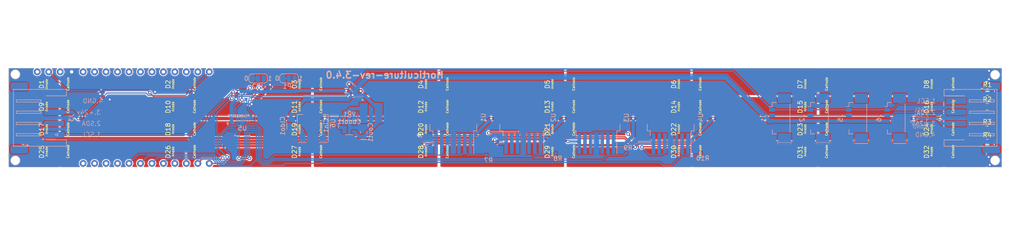
<source format=kicad_pcb>
(kicad_pcb (version 20240108) (generator "pcbnew") (generator_version "8.0")
  (title_block (title "Horticulture-PCB") (date "2021-08-27") (rev "3.4.0") (company "Horticulture Project"))
  (layers (0 "F.Cu" signal) (31 "B.Cu" signal) (34 "B.Paste" user) (35 "F.Paste" user) (36 "B.SilkS" user "B.Silkscreen") (37 "F.SilkS" user "F.Silkscreen") (38 "B.Mask" user) (39 "F.Mask" user) (44 "Edge.Cuts" user))
  (net 0 "")
  (net 1 "Net-(D1-Pad2)")
  (net 2 "Net-(D1-Pad1)")
  (net 3 "Net-(D2-Pad1)")
  (net 4 "Net-(D3-Pad1)")
  (net 5 "Net-(D4-Pad1)")
  (net 6 "Net-(D10-Pad1)")
  (net 7 "Net-(D11-Pad1)")
  (net 8 "Net-(D12-Pad1)")
  (net 9 "Net-(D13-Pad1)")
  (net 10 "Net-(D10-Pad2)")
  (net 11 "Net-(D7-Pad1)")
  (net 12 "Net-(D19-Pad1)")
  (net 13 "Net-(D5-Pad1)")
  (net 14 "Net-(D6-Pad1)")
  (net 15 "Net-(D8-Pad1)")
  (net 16 "Net-(D14-Pad1)")
  (net 17 "Net-(D15-Pad1)")
  (net 18 "Net-(D16-Pad1)")
  (net 19 "Net-(D17-Pad1)")
  (net 20 "Net-(D18-Pad1)")
  (net 21 "Net-(D20-Pad1)")
  (net 22 "Net-(D21-Pad1)")
  (net 23 "Net-(D22-Pad1)")
  (net 24 "Net-(D23-Pad1)")
  (net 25 "Net-(D24-Pad1)")
  (net 26 "UC-pwm1")
  (net 27 "UC-pwm2")
  (net 28 "UC-pwm3")
  (net 29 "UC-pwm4")
  (net 30 "I2c-SDA")
  (net 31 "I2c-SCL")
  (net 32 "+3.3V")
  (net 33 "Net-(Cboot1-Pad2)")
  (net 34 "Net-(Cboot1-Pad1)")
  (net 35 "Net-(D25-Pad2)")
  (net 36 "GND")
  (net 37 "Net-(D9-Pad2)")
  (net 38 "Net-(D17-Pad2)")
  (net 39 "Net-(D25-Pad1)")
  (net 40 "Net-(D26-Pad1)")
  (net 41 "Net-(D27-Pad1)")
  (net 42 "Net-(D28-Pad1)")
  (net 43 "Net-(D29-Pad1)")
  (net 44 "Net-(D30-Pad1)")
  (net 45 "Net-(D31-Pad1)")
  (net 46 "Net-(D32-Pad1)")
  (net 47 "Net-(JP1-Pad2)")
  (net 48 "Net-(JP2-Pad2)")
  (net 49 "+24vdc")
  (footprint "Resistor_SMD:R_0805_2012Metric" (layer "F.Cu") (at 256.75 88.6)
    (property "Reference" "R2")
    (property "Value" "1ohm")
  )
  (footprint "Resistor_SMD:R_0805_2012Metric" (layer "F.Cu") (at 256.794 85.344)
    (property "Reference" "R1")
    (property "Value" "1ohm")
  )
  (footprint "Resistor_SMD:R_0805_2012Metric" (layer "F.Cu") (at 256.75 93.6)
    (property "Reference" "R3")
    (property "Value" "1ohm")
  )
  (footprint "LED_SMD:Sunplus-2835" (layer "F.Cu") (at 78.75 83.6)
    (property "Reference" "D2")
    (property "Value" "LED, Purple (2.5% Blue), L1SP-PRP0002800000")
  )
  (footprint "LED_SMD:Sunplus-2835" (layer "F.Cu") (at 134.75 83.6)
    (property "Reference" "D4")
    (property "Value" "LED, Purple (2.5% Blue), L1SP-PRP0002800000")
  )
  (footprint "LED_SMD:Sunplus-2835" (layer "F.Cu") (at 162.75 83.6)
    (property "Reference" "D5")
    (property "Value" "LED, Purple (2.5% Blue), L1SP-PRP0002800000")
  )
  (footprint "LED_SMD:Sunplus-2835" (layer "F.Cu") (at 190.75 83.6)
    (property "Reference" "D6")
    (property "Value" "LED, Purple (2.5% Blue), L1SP-PRP0002800000")
  )
  (footprint "LED_SMD:Sunplus-2835" (layer "F.Cu") (at 218.75 83.6)
    (property "Reference" "D7")
    (property "Value" "LED, Purple (2.5% Blue), L1SP-PRP0002800000")
  )
  (footprint "LED_SMD:Sunplus-2835" (layer "F.Cu") (at 246.75 83.6)
    (property "Reference" "D8")
    (property "Value" "LED, Purple (2.5% Blue), L1SP-PRP0002800000")
  )
  (footprint "LED_SMD:Sunplus-2835" (layer "F.Cu") (at 50.75 88.6)
    (property "Reference" "D9")
    (property "Value" "LED, Royal Blue, L1SP-RYL0002800000")
  )
  (footprint "LED_SMD:Sunplus-2835" (layer "F.Cu") (at 78.75 88.6)
    (property "Reference" "D10")
    (property "Value" "LED, Royal Blue, L1SP-RYL0002800000")
  )
  (footprint "LED_SMD:Sunplus-2835" (layer "F.Cu") (at 134.75 88.6)
    (property "Reference" "D12")
    (property "Value" "LED, Royal Blue, L1SP-RYL0002800000")
  )
  (footprint "LED_SMD:Sunplus-2835" (layer "F.Cu") (at 162.75 88.6)
    (property "Reference" "D13")
    (property "Value" "LED, Royal Blue, L1SP-RYL0002800000")
  )
  (footprint "LED_SMD:Sunplus-2835" (layer "F.Cu") (at 190.75 88.6)
    (property "Reference" "D14")
    (property "Value" "LED, Royal Blue, L1SP-RYL0002800000")
  )
  (footprint "LED_SMD:Sunplus-2835" (layer "F.Cu") (at 218.75 88.6)
    (property "Reference" "D15")
    (property "Value" "LED, Royal Blue, L1SP-RYL0002800000")
  )
  (footprint "LED_SMD:Sunplus-2835" (layer "F.Cu") (at 50.75 93.6)
    (property "Reference" "D17")
    (property "Value" "LED, Lime, L1SP-LME0002800000")
  )
  (footprint "LED_SMD:Sunplus-2835" (layer "F.Cu") (at 78.75 93.6)
    (property "Reference" "D18")
    (property "Value" "LED, Lime, L1SP-LME0002800000")
  )
  (footprint "LED_SMD:Sunplus-2835" (layer "F.Cu") (at 134.75 93.6)
    (property "Reference" "D20")
    (property "Value" "LED, Lime, L1SP-LME0002800000")
  )
  (footprint "LED_SMD:Sunplus-2835" (layer "F.Cu") (at 162.75 93.6)
    (property "Reference" "D21")
    (property "Value" "LED, Lime, L1SP-LME0002800000")
  )
  (footprint "LED_SMD:Sunplus-2835" (layer "F.Cu") (at 190.75 93.6)
    (property "Reference" "D22")
    (property "Value" "LED, Lime, L1SP-LME0002800000")
  )
  (footprint "LED_SMD:Sunplus-2835" (layer "F.Cu") (at 218.75 93.6)
    (property "Reference" "D23")
    (property "Value" "LED, Lime, L1SP-LME0002800000")
  )
  (footprint "LED_SMD:Sunplus-2835" (layer "F.Cu") (at 246.75 93.6)
    (property "Reference" "D24")
    (property "Value" "LED, Lime, L1SP-LME0002800000")
  )
  (footprint "LED_SMD:Sunplus-2835" (layer "F.Cu") (at 50.75 98.6)
    (property "Reference" "D25")
    (property "Value" "LED, Purple (2.5% Blue), L1SP-PRP0002800000")
  )
  (footprint "LED_SMD:Sunplus-2835" (layer "F.Cu") (at 78.75 98.6)
    (property "Reference" "D26")
    (property "Value" "LED, Purple (2.5% Blue), L1SP-PRP0002800000")
  )
  (footprint "LED_SMD:Sunplus-2835" (layer "F.Cu") (at 134.75 98.6)
    (property "Reference" "D28")
    (property "Value" "LED, Purple (2.5% Blue), L1SP-PRP0002800000")
  )
  (footprint "LED_SMD:Sunplus-2835" (layer "F.Cu") (at 162.75 98.6)
    (property "Reference" "D29")
    (property "Value" "LED, Purple (2.5% Blue), L1SP-PRP0002800000")
  )
  (footprint "LED_SMD:Sunplus-2835" (layer "F.Cu") (at 190.75 98.6)
    (property "Reference" "D30")
    (property "Value" "LED, Purple (2.5% Blue), L1SP-PRP0002800000")
  )
  (footprint "LED_SMD:Sunplus-2835" (layer "F.Cu") (at 218.75 98.6)
    (property "Reference" "D31")
    (property "Value" "LED, Purple (2.5% Blue), L1SP-PRP0002800000")
  )
  (footprint "LED_SMD:Sunplus-2835" (layer "F.Cu") (at 246.75 98.6)
    (property "Reference" "D32")
    (property "Value" "LED, Purple (2.5% Blue), L1SP-PRP0002800000")
  )
  (footprint "LED_SMD:Sunplus-2835" (layer "F.Cu") (at 246.75 88.6)
    (property "Reference" "D16")
    (property "Value" "LED, Royal Blue, L1SP-RYL0002800000")
  )
  (footprint "LED_SMD:Sunplus-2835" (layer "F.Cu") (at 50.75 83.6)
    (property "Reference" "D1")
    (property "Value" "LED, Purple (2.5% Blue), L1SP-PRP0002800000")
  )
  (footprint "Resistor_SMD:R_0805_2012Metric" (layer "F.Cu") (at 256.75 96.52)
    (property "Reference" "R4")
    (property "Value" "1ohm")
  )
  (footprint "LED_SMD:Sunplus-2835" (layer "F.Cu") (at 106.75 93.6)
    (property "Reference" "D19")
    (property "Value" "LED, Lime, L1SP-LME0002800000")
  )
  (footprint "LED_SMD:Sunplus-2835" (layer "F.Cu") (at 106.75 83.6)
    (property "Reference" "D3")
    (property "Value" "LED, Purple (2.5% Blue), L1SP-PRP0002800000")
  )
  (footprint "LED_SMD:Sunplus-2835" (layer "F.Cu") (at 106.75 98.6)
    (property "Reference" "D27")
    (property "Value" "LED, Purple (2.5% Blue), L1SP-PRP0002800000")
  )
  (footprint "LED_SMD:Sunplus-2835" (layer "F.Cu") (at 106.75 88.6)
    (property "Reference" "D11")
    (property "Value" "LED, Royal Blue, L1SP-RYL0002800000")
  )
  (footprint "Package_TO_SOT_SMD:TO-263-7_TabPin4" (layer "B.Cu") (at 154 91 90)
    (property "Reference" "U2")
    (property "Value" "TLE4309")
  )
  (footprint "Package_TO_SOT_SMD:TO-263-7_TabPin4" (layer "B.Cu") (at 170.205 91 90)
    (property "Reference" "U3")
    (property "Value" "TLE4309")
  )
  (footprint "Package_TO_SOT_SMD:TO-263-7_TabPin4" (layer "B.Cu") (at 138.5 91 90)
    (property "Reference" "U1")
    (property "Value" "TLE4309")
  )
  (footprint "Package_TO_SOT_SMD:TO-263-7_TabPin4" (layer "B.Cu") (at 186.645 90.98 90)
    (property "Reference" "U4")
    (property "Value" "TLE4309")
  )
  (footprint "Connector_JST:JST_XH_S4B-XH-A-1_1x04_P2.50mm_Horizontal-SMD" (layer "B.Cu") (at 48.8 94.8 90)
    (property "Reference" "J3")
    (property "Value" "Conn_01x04_Male")
  )
  (footprint "Connector_JST:JST_XH_S4B-XH-A-1_1x04_P2.50mm_Horizontal-SMD" (layer "B.Cu") (at 251.2 87.3 -90)
    (property "Reference" "J4")
    (property "Value" "Conn_01x04_Male")
  )
  (footprint "Resistor_SMD:R_0402_1005Metric" (layer "B.Cu") (at 146.3 99.3)
    (property "Reference" "R7")
    (property "Value" "10k")
  )
  (footprint "Resistor_SMD:R_0402_1005Metric" (layer "B.Cu") (at 161.65 98.9)
    (property "Reference" "R8")
    (property "Value" "10k")
  )
  (footprint "Resistor_SMD:R_0402_1005Metric" (layer "B.Cu") (at 177.26 98.92)
    (property "Reference" "R9")
    (property "Value" "10k")
  )
  (footprint "Resistor_SMD:R_0402_1005Metric" (layer "B.Cu") (at 193.75 98.85)
    (property "Reference" "R10")
    (property "Value" "10k")
  )
  (footprint "Package_TO_SOT_SMD:SOT-552-1-nxp" (layer "B.Cu") (at 91.77 93.35 180)
    (property "Reference" "U5")
    (property "Value" "PCA9633DP2")
  )
  (footprint "Jumper:SolderJumper-3_P1.3mm_Bridged12_RoundedPad1.0x1.5mm_NumberLabels" (layer "B.Cu") (at 102.09 82.28)
    (property "Reference" "JP1")
    (property "Value" "i2c addr 1")
  )
  (footprint "Adafruit_FeatherWing:PCB_FeatherWing" (layer "B.Cu") (at 65.4 91)
    (property "Reference" "A1")
    (property "Value" "Particle_Boron")
  )
  (footprint "Jumper:SolderJumper-3_P1.3mm_Bridged12_RoundedPad1.0x1.5mm_NumberLabels" (layer "B.Cu") (at 95.25 82.3)
    (property "Reference" "JP2")
    (property "Value" "i2c addr 2")
  )
  (footprint "Connector_Molex:Molex_PicoBlade_53398-0471_1x04-1MP_P1.25mm_Vertical" (layer "B.Cu") (at 227.35 91.12 -90)
    (property "Reference" "J5")
    (property "Value" "Conn_01x04_Male")
  )
  (footprint "Connector_Molex:Molex_PicoBlade_53398-0471_1x04-1MP_P1.25mm_Vertical" (layer "B.Cu") (at 218.85 91.12 -90)
    (property "Reference" "J2")
    (property "Value" "Conn_01x04_Male")
  )
  (footprint "Connector_Molex:Molex_PicoBlade_53398-0471_1x04-1MP_P1.25mm_Vertical" (layer "B.Cu") (at 235.85 91.12 -90)
    (property "Reference" "J6")
    (property "Value" "Conn_01x04_Male")
  )
  (footprint "Connector_Molex:Molex_PicoBlade_53398-0471_1x04-1MP_P1.25mm_Vertical" (layer "B.Cu") (at 210.35 91.12 -90)
    (property "Reference" "J1")
    (property "Value" "Conn_01x04_Male")
  )
  (footprint "Capacitor_SMD:C_1206_3216Metric" (layer "B.Cu") (at 102.5398 92.8624 -90)
    (property "Reference" "Cldo1")
    (property "Value" "4.7uF, 50V")
  )
  (footprint "Package_TO_SOT_SMD:SOT-223-3_TabPin2" (layer "B.Cu") (at 107.3658 92.2274 90)
    (property "Reference" "U6")
    (property "Value" "MCP1703A-1502_SOT223")
  )
  (footprint "Capacitor_SMD:C_0805_2012Metric" (layer "B.Cu") (at 115.4684 90.2208)
    (property "Reference" "Cboot1")
    (property "Value" "100nF, X7R/X5R, 16V")
  )
  (footprint "Capacitor_SMD:C_1206_3216Metric" (layer "B.Cu") (at 112.1664 92.7608 -90)
    (property "Reference" "Cin1")
    (property "Value" "4.7uF, 50V")
  )
  (footprint "Inductor_SMD:IND_SDR0403-120ML" (layer "B.Cu") (at 120.2944 89.9668 -90)
    (property "Reference" "L1")
    (property "Value" "12uH")
  )
  (footprint "Package_TO_SOT_SMD:SOT-23-6" (layer "B.Cu") (at 115.4794 93.1778 180)
    (property "Reference" "VR1")
    (property "Value" "TPS560430X3FDBV")
  )
  (footprint "Capacitor_SMD:C_0805_2012Metric" (layer "B.Cu") (at 118.6434 94.2848 90)
    (property "Reference" "Cout1")
    (property "Value" "22uF, X7R/X5R, 10V")
  )
  (gr_line (start 40 80) (end 40 102) (stroke (width 0.05)) (layer "Edge.Cuts"))
  (gr_line (start 260 102) (end 260 80) (stroke (width 0.05)) (layer "Edge.Cuts"))
  (gr_circle (center 258.5 100.5) (end 259.51 100.5) (stroke (width 0.1)) (fill none) (layer "Edge.Cuts"))
  (gr_circle (center 41.5 100.5) (end 42.51 100.5) (stroke (width 0.1)) (fill none) (layer "Edge.Cuts"))
  (gr_circle (center 258.5 81.5) (end 259.51 81.5) (stroke (width 0.1)) (fill none) (layer "Edge.Cuts"))
  (gr_circle (center 41.5 81.4) (end 42.51 81.4) (stroke (width 0.1)) (fill none) (layer "Edge.Cuts"))
  (gr_line (start 40 80) (end 260 80) (stroke (width 0.05)) (layer "Edge.Cuts"))
  (gr_line (start 260 102) (end 40 102) (stroke (width 0.05)) (layer "Edge.Cuts"))
  (gr_text "Horticulture-rev-3.4.0" (at 123.3 81.54 0) (layer "B.SilkS") (effects (font (size 1.5 1.5) (thickness 0.3)) (justify mirror)))
  (gr_text "2.SDA" (at 58.34 92.32 0) (layer "B.SilkS") (effects (font (size 1 1) (thickness 0.1)) (justify mirror)))
  (gr_text "1.SCL" (at 58.32 94.77 0) (layer "B.SilkS") (effects (font (size 1 1) (thickness 0.1)) (justify mirror)))
  (gr_text "1.SCL" (at 243.24 87.28 0) (layer "B.SilkS") (effects (font (size 1 1) (thickness 0.1)) (justify mirror)))
  (gr_text "3.+24v" (at 242.66 92.33 0) (layer "B.SilkS") (effects (font (size 1 1) (thickness 0.1)) (justify mirror)))
  (gr_text "2.SDA" (at 243.2 89.84 0) (layer "B.SilkS") (effects (font (size 1 1) (thickness 0.1)) (justify mirror)))
  (gr_text "4.GND" (at 243.01 94.79 0) (layer "B.SilkS") (effects (font (size 1 1) (thickness 0.1)) (justify mirror)))
  (gr_text "3.+24v" (at 57.73 89.83 0) (layer "B.SilkS") (effects (font (size 1 1) (thickness 0.1)) (justify mirror)))
  (gr_text "2.SDA" (at 242.15 90.5 0) (layer "B.SilkS") (effects (font (size 0.8 0.8) (thickness 0.08)) (justify mirror)))
  (gr_text "4.GND" (at 242.06 93.01 0) (layer "B.SilkS") (effects (font (size 0.8 0.8) (thickness 0.08)) (justify mirror)))
  (gr_text "3.+24v" (at 241.71 91.73 0) (layer "B.SilkS") (effects (font (size 0.8 0.8) (thickness 0.08)) (justify mirror)))
  (gr_text "1.SCL" (at 242.24 89.26 0) (layer "B.SilkS") (effects (font (size 0.8 0.8) (thickness 0.08)) (justify mirror)))
  (gr_text "4.GND" (at 58.66 87.3 0) (layer "B.SilkS") (effects (font (size 1 1) (thickness 0.1)) (justify mirror)))
  (segment (start 116.97198 85.09498) (end 117.9696 85.09498) (width 1) (layer "F.Cu") (net 0))
  (segment (start 115.443 83.566) (end 116.97198 85.09498) (width 1) (layer "F.Cu") (net 0))
  (via (at 117.9696 85.09498) (size 0.8) (drill 0.4) (layers "F.Cu" "B.Cu") (net 0))
  (via (at 115.443 83.566) (size 0.8) (drill 0.4) (layers "F.Cu" "B.Cu") (net 0))
  (segment (start 131.925625 96.749979) (end 132.075624 96.899978) (width 0.5) (layer "F.Cu") (net 1))
  (segment (start 43.490894 96.749979) (end 131.925625 96.749979) (width 0.5) (layer "F.Cu") (net 1))
  (segment (start 40.420991 93.680076) (end 43.490894 96.749979) (width 0.5) (layer "F.Cu") (net 1))
  (segment (start 40.420991 87.000467) (end 40.420991 93.680076) (width 0.5) (layer "F.Cu") (net 1))
  (segment (start 50.015 83.6) (end 43.821458 83.6) (width 0.5) (layer "F.Cu") (net 1))
  (segment (start 43.821458 83.6) (end 40.420991 87.000467) (width 0.5) (layer "F.Cu") (net 1))
  (via (at 132.075624 96.899978) (size 0.8) (drill 0.4) (layers "F.Cu" "B.Cu") (net 1))
  (segment (start 132.200602 96.775) (end 132.075624 96.899978) (width 0.5) (layer "B.Cu") (net 1))
  (segment (start 134.69 96.775) (end 132.200602 96.775) (width 0.5) (layer "B.Cu") (net 1))
  (segment (start 195.497733 96.929033) (end 177.717732 96.929032) (width 0.25) (layer "F.Cu") (net 15))
  (segment (start 146.623676 95.024968) (end 146.973466 94.675178) (width 0.25) (layer "F.Cu") (net 15))
  (segment (start 138.884968 95.024968) (end 139.465032 95.024968) (width 0.25) (layer "F.Cu") (net 15))
  (segment (start 255.68701 95.59499) (end 256.921 94.361) (width 0.25) (layer "F.Cu") (net 15))
  (segment (start 222.840269 96.929031) (end 222.644323 97.124977) (width 0.25) (layer "F.Cu") (net 15))
  (segment (start 164.180002 95.664998) (end 161.185307 95.664998) (width 0.25) (layer "F.Cu") (net 15))
  (segment (start 247.310042 96.929032) (end 222.840269 96.929031) (width 0.25) (layer "F.Cu") (net 15))
  (segment (start 255.374582 95.59499) (end 255.68701 95.59499) (width 0.25) (layer "F.Cu") (net 15))
  (segment (start 164.189981 95.674977) (end 164.180002 95.664998) (width 0.25) (layer "F.Cu") (net 15))
  (segment (start 148.934822 94.675178) (end 149.445178 94.675178) (width 0.25) (layer "F.Cu") (net 15))
  (segment (start 253.58299 97.44501) (end 247.82602 97.44501) (width 0.25) (layer "F.Cu") (net 15))
  (segment (start 195.693676 97.124976) (end 195.497733 96.929033) (width 0.25) (layer "F.Cu") (net 15))
  (segment (start 253.58299 97.44501) (end 253.58299 97.386582) (width 0.25) (layer "F.Cu") (net 15))
  (segment (start 161.185307 95.664998) (end 160.195487 94.675178) (width 0.25) (layer "F.Cu") (net 15))
  (segment (start 131.404968 95.024968) (end 131.17 94.79) (width 0.25) (layer "F.Cu") (net 15))
  (segment (start 160.195487 94.675178) (end 149.445178 94.675178) (width 0.25) (layer "F.Cu") (net 15))
  (segment (start 256.921 86.4085) (end 256.921 94.361) (width 0.25) (layer "F.Cu") (net 15))
  (segment (start 253.58299 97.386582) (end 255.374582 95.59499) (width 0.25) (layer "F.Cu") (net 15))
  (segment (start 146.973466 94.675178) (end 149.445178 94.675178) (width 0.25) (layer "F.Cu") (net 15))
  (segment (start 222.644323 97.124977) (end 195.693676 97.124976) (width 0.25) (layer "F.Cu") (net 15))
  (segment (start 176.463677 95.674977) (end 164.189981 95.674977) (width 0.25) (layer "F.Cu") (net 15))
  (segment (start 247.82602 97.44501) (end 247.310042 96.929032) (width 0.25) (layer "F.Cu") (net 15))
  (segment (start 131.404968 95.024968) (end 139.465032 95.024968) (width 0.25) (layer "F.Cu") (net 15))
  (segment (start 177.717732 96.929032) (end 176.463677 95.674977) (width 0.25) (layer "F.Cu") (net 15))
  (segment (start 255.8565 85.344) (end 256.921 86.4085) (width 0.25) (layer "F.Cu") (net 15))
  (segment (start 139.465032 95.024968) (end 146.623676 95.024968) (width 0.25) (layer "F.Cu") (net 15))
  (via (at 131.17 94.79) (size 0.8) (drill 0.4) (layers "F.Cu" "B.Cu") (net 15))
  (segment (start 131.710001 94.249999) (end 136.540001 94.249999) (width 0.25) (layer "B.Cu") (net 15))
  (segment (start 131.17 94.79) (end 131.710001 94.249999) (width 0.25) (layer "B.Cu") (net 15))
  (segment (start 137.23 94.939998) (end 137.23 96.775) (width 0.25) (layer "B.Cu") (net 15))
  (segment (start 136.540001 94.249999) (end 137.23 94.939998) (width 0.25) (layer "B.Cu") (net 15))
  (segment (start 255.8125 88.6) (end 256.570989 89.358489) (width 0.25) (layer "F.Cu") (net 18))
  (segment (start 176.558667 95.274977) (end 161.915023 95.274977) (width 0.25) (layer "F.Cu") (net 18))
  (segment (start 255.8125 88.6) (end 248.015 88.6) (width 0.25) (layer "F.Cu") (net 18))
  (segment (start 161.915023 95.274977) (end 161.565809 95.274977) (width 0.25) (layer "F.Cu") (net 18))
  (segment (start 256.570989 89.358489) (end 256.570989 94.204439) (width 0.25) (layer "F.Cu") (net 18))
  (segment (start 222.695289 96.579021) (end 222.499344 96.774966) (width 0.25) (layer "F.Cu") (net 18))
  (segment (start 255.229603 95.244979) (end 253.895561 96.579021) (width 0.25) (layer "F.Cu") (net 18))
  (segment (start 222.499344 96.774966) (end 195.838656 96.774966) (width 0.25) (layer "F.Cu") (net 18))
  (segment (start 160.340465 94.325168) (end 161.290274 95.274977) (width 0.25) (layer "F.Cu") (net 18))
  (segment (start 256.570989 94.204439) (end 255.530449 95.244979) (width 0.25) (layer "F.Cu") (net 18))
  (segment (start 177.862712 96.579022) (end 176.558667 95.274977) (width 0.25) (layer "F.Cu") (net 18))
  (segment (start 255.530449 95.244979) (end 255.229603 95.244979) (width 0.25) (layer "F.Cu") (net 18))
  (segment (start 161.290274 95.274977) (end 161.915023 95.274977) (width 0.25) (layer "F.Cu") (net 18))
  (segment (start 195.838656 96.774966) (end 195.642712 96.579022) (width 0.25) (layer "F.Cu") (net 18))
  (segment (start 146.415375 94.325168) (end 146.340575 94.399968) (width 0.25) (layer "F.Cu") (net 18))
  (segment (start 253.895561 96.579021) (end 222.695289 96.579021) (width 0.25) (layer "F.Cu") (net 18))
  (segment (start 146.415375 94.325168) (end 160.340465 94.325168) (width 0.25) (layer "F.Cu") (net 18))
  (segment (start 195.642712 96.579022) (end 177.862712 96.579022) (width 0.25) (layer "F.Cu") (net 18))
  (via (at 146.340575 94.399968) (size 0.8) (drill 0.4) (layers "F.Cu" "B.Cu") (net 18))
  (segment (start 152.73 94.225) (end 152.73 96.775) (width 0.25) (layer "B.Cu") (net 18))
  (segment (start 152.504969 93.999969) (end 152.73 94.225) (width 0.25) (layer "B.Cu") (net 18))
  (segment (start 146.340575 94.399968) (end 146.740574 93.999969) (width 0.25) (layer "B.Cu") (net 18))
  (segment (start 146.740574 93.999969) (end 152.504969 93.999969) (width 0.25) (layer "B.Cu") (net 18))
  (segment (start 248.015 94.5) (end 248.015 93.6) (width 0.25) (layer "F.Cu") (net 25))
  (segment (start 177.22 94.63) (end 178.819011 96.229011) (width 0.25) (layer "F.Cu") (net 25))
  (segment (start 195.787691 96.229011) (end 195.983635 96.424955) (width 0.25) (layer "F.Cu") (net 25))
  (segment (start 178.819011 96.229011) (end 195.787691 96.229011) (width 0.25) (layer "F.Cu") (net 25))
  (segment (start 222.55031 96.22901) (end 246.28599 96.22901) (width 0.25) (layer "F.Cu") (net 25))
  (segment (start 255.8125 93.6) (end 248.2 93.6) (width 0.25) (layer "F.Cu") (net 25))
  (segment (start 222.354365 96.424955) (end 222.55031 96.22901) (width 0.25) (layer "F.Cu") (net 25))
  (segment (start 246.28599 96.22901) (end 248.015 94.5) (width 0.25) (layer "F.Cu") (net 25))
  (segment (start 195.983635 96.424955) (end 222.354365 96.424955) (width 0.25) (layer "F.Cu") (net 25))
  (via (at 177.22 94.63) (size 0.8) (drill 0.4) (layers "F.Cu" "B.Cu") (net 25))
  (segment (start 168.935 94.939998) (end 168.935 96.775) (width 0.25) (layer "B.Cu") (net 25))
  (segment (start 169.644997 94.230001) (end 168.935 94.939998) (width 0.25) (layer "B.Cu") (net 25))
  (segment (start 177.22 94.63) (end 176.820001 94.230001) (width 0.25) (layer "B.Cu") (net 25))
  (segment (start 176.820001 94.230001) (end 169.644997 94.230001) (width 0.25) (layer "B.Cu") (net 25))
  (segment (start 96.021989 99.841309) (end 96.021989 93.500089) (width 0.25) (layer "B.Cu") (net 26))
  (segment (start 85.541925 99.122959) (end 68.707041 99.122959) (width 0.25) (layer "B.Cu") (net 26))
  (segment (start 93.9163 92.349999) (end 93.163323 92.349999) (width 0.25) (layer "B.Cu") (net 26))
  (segment (start 91.67997 99.810052) (end 91.67997 100.345066) (width 0.25) (layer "B.Cu") (net 26))
  (segment (start 92.28568 99.204342) (end 91.67997 99.810052) (width 0.25) (layer "B.Cu") (net 26))
  (segment (start 92.28568 93.227642) (end 92.28568 99.204342) (width 0.25) (layer "B.Cu") (net 26))
  (segment (start 141.04 98.610002) (end 141.04 96.775) (width 0.25) (layer "B.Cu") (net 26))
  (segment (start 98.829319 99.300001) (end 97.582309 100.547011) (width 0.25) (layer "B.Cu") (net 26))
  (segment (start 145.815 99.3) (end 141.729998 99.3) (width 0.25) (layer "B.Cu") (net 26))
  (segment (start 91.325076 100.69996) (end 87.118926 100.69996) (width 0.25) (layer "B.Cu") (net 26))
  (segment (start 91.67997 100.345066) (end 91.325076 100.69996) (width 0.25) (layer "B.Cu") (net 26))
  (segment (start 87.118926 100.69996) (end 85.541925 99.122959) (width 0.25) (layer "B.Cu") (net 26))
  (segment (start 68.707041 99.122959) (end 66.67 101.16) (width 0.25) (layer "B.Cu") (net 26))
  (segment (start 140.350001 99.300001) (end 98.829319 99.300001) (width 0.25) (layer "B.Cu") (net 26))
  (segment (start 97.582309 100.547011) (end 96.727691 100.547011) (width 0.25) (layer "B.Cu") (net 26))
  (segment (start 96.727691 100.547011) (end 96.021989 99.841309) (width 0.25) (layer "B.Cu") (net 26))
  (segment (start 141.729998 99.3) (end 141.04 98.610002) (width 0.25) (layer "B.Cu") (net 26))
  (segment (start 93.163323 92.349999) (end 92.28568 93.227642) (width 0.25) (layer "B.Cu") (net 26))
  (segment (start 141.04 98.610002) (end 140.350001 99.300001) (width 0.25) (layer "B.Cu") (net 26))
  (segment (start 94.871899 92.349999) (end 93.9163 92.349999) (width 0.25) (layer "B.Cu") (net 26))
  (segment (start 96.021989 93.500089) (end 94.871899 92.349999) (width 0.25) (layer "B.Cu") (net 26))
  (segment (start 156.54 96.775) (end 156.54 99.325) (width 0.25) (layer "B.Cu") (net 27))
  (segment (start 157.229999 99.300001) (end 160.764999 99.300001) (width 0.25) (layer "B.Cu") (net 27))
  (segment (start 95.671978 100.098867) (end 95.671978 93.65008) (width 0.25) (layer "B.Cu") (net 27))
  (segment (start 70.89703 99.47297) (end 69.21 101.16) (width 0.25) (layer "B.Cu") (net 27))
  (segment (start 92.029982 100.490042) (end 91.470054 101.04997) (width 0.25) (layer "B.Cu") (net 27))
  (segment (start 156.54 99.325) (end 155.76499 100.10001) (width 0.25) (layer "B.Cu") (net 27))
  (segment (start 96.470132 100.897021) (end 95.671978 100.098867) (width 0.25) (layer "B.Cu") (net 27))
  (segment (start 85.396948 99.47297) (end 70.89703 99.47297) (width 0.25) (layer "B.Cu") (net 27))
  (segment (start 93.158309 92.850001) (end 92.63569 93.37262) (width 0.25) (layer "B.Cu") (net 27))
  (segment (start 97.728291 100.897021) (end 96.470132 100.897021) (width 0.25) (layer "B.Cu") (net 27))
  (segment (start 94.871899 92.850001) (end 93.9163 92.850001) (width 0.25) (layer "B.Cu") (net 27))
  (segment (start 156.54 96.775) (end 156.54 98.610002) (width 0.25) (layer "B.Cu") (net 27))
  (segment (start 93.9163 92.850001) (end 93.158309 92.850001) (width 0.25) (layer "B.Cu") (net 27))
  (segment (start 155.76499 100.10001) (end 98.525302 100.10001) (width 0.25) (layer "B.Cu") (net 27))
  (segment (start 156.54 98.610002) (end 157.229999 99.300001) (width 0.25) (layer "B.Cu") (net 27))
  (segment (start 86.973948 101.04997) (end 85.396948 99.47297) (width 0.25) (layer "B.Cu") (net 27))
  (segment (start 91.470054 101.04997) (end 86.973948 101.04997) (width 0.25) (layer "B.Cu") (net 27))
  (segment (start 160.764999 99.300001) (end 161.165 98.9) (width 0.25) (layer "B.Cu") (net 27))
  (segment (start 95.671978 93.65008) (end 94.871899 92.850001) (width 0.25) (layer "B.Cu") (net 27))
  (segment (start 92.029982 99.955028) (end 92.029982 100.490042) (width 0.25) (layer "B.Cu") (net 27))
  (segment (start 92.63569 93.37262) (end 92.63569 99.34932) (width 0.25) (layer "B.Cu") (net 27))
  (segment (start 92.63569 99.34932) (end 92.029982 99.955028) (width 0.25) (layer "B.Cu") (net 27))
  (segment (start 98.525302 100.10001) (end 97.728291 100.897021) (width 0.25) (layer "B.Cu") (net 27))
  (segment (start 172.745 99.325) (end 176.37 99.325) (width 0.25) (layer "B.Cu") (net 28))
  (segment (start 92.37999 100.635022) (end 91.615032 101.39998) (width 0.25) (layer "B.Cu") (net 28))
  (segment (start 171.619979 100.450021) (end 98.670281 100.450021) (width 0.25) (layer "B.Cu") (net 28))
  (segment (start 172.745 99.325) (end 172.745 96.775) (width 0.25) (layer "B.Cu") (net 28))
  (segment (start 95.321967 100.243846) (end 95.321967 93.800068) (width 0.25) (layer "B.Cu") (net 28))
  (segment (start 73.08702 99.822981) (end 71.75 101.16) (width 0.25) (layer "B.Cu") (net 28))
  (segment (start 94.871899 93.35) (end 93.9163 93.35) (width 0.25) (layer "B.Cu") (net 28))
  (segment (start 172.745 99.325) (end 171.619979 100.450021) (width 0.25) (layer "B.Cu") (net 28))
  (segment (start 97.873271 101.247031) (end 96.325152 101.247031) (width 0.25) (layer "B.Cu") (net 28))
  (segment (start 92.9857 99.494298) (end 92.37999 100.100008) (width 0.25) (layer "B.Cu") (net 28))
  (segment (start 85.251971 99.822981) (end 73.08702 99.822981) (width 0.25) (layer "B.Cu") (net 28))
  (segment (start 92.37999 100.100008) (end 92.37999 100.635022) (width 0.25) (layer "B.Cu") (net 28))
  (segment (start 95.321967 93.800068) (end 94.871899 93.35) (width 0.25) (layer "B.Cu") (net 28))
  (segment (start 92.9857 93.517598) (end 92.9857 99.494298) (width 0.25) (layer "B.Cu") (net 28))
  (segment (start 86.82897 101.39998) (end 85.251971 99.822981) (width 0.25) (layer "B.Cu") (net 28))
  (segment (start 176.37 99.325) (end 176.775 98.92) (width 0.25) (layer "B.Cu") (net 28))
  (segment (start 98.670281 100.450021) (end 97.873271 101.247031) (width 0.25) (layer "B.Cu") (net 28))
  (segment (start 96.325152 101.247031) (end 95.321967 100.243846) (width 0.25) (layer "B.Cu") (net 28))
  (segment (start 91.615032 101.39998) (end 86.82897 101.39998) (width 0.25) (layer "B.Cu") (net 28))
  (segment (start 93.9163 93.35) (end 93.153298 93.35) (width 0.25) (layer "B.Cu") (net 28))
  (segment (start 93.153298 93.35) (end 92.9857 93.517598) (width 0.25) (layer "B.Cu") (net 28))
  (segment (start 184.330008 100.94501) (end 185.009999 101.625001) (width 0.25) (layer "B.Cu") (net 29))
  (segment (start 94.871899 100.288764) (end 94.871899 93.849999) (width 0.25) (layer "B.Cu") (net 29))
  (segment (start 185.009999 101.625001) (end 186.864999 101.625001) (width 0.25) (layer "B.Cu") (net 29))
  (segment (start 94.871899 100.352501) (end 93.47441 101.74999) (width 0.25) (layer "B.Cu") (net 29))
  (segment (start 193.265 98.85) (end 192.834999 99.280001) (width 0.25) (layer "B.Cu") (net 29))
  (segment (start 109.611728 100.94501) (end 184.330008 100.94501) (width 0.25) (layer "B.Cu") (net 29))
  (segment (start 86.683992 101.74999) (end 93.47441 101.74999) (width 0.25) (layer "B.Cu") (net 29))
  (segment (start 101.79004 101.15004) (end 109.406698 101.15004) (width 0.25) (layer "B.Cu") (net 29))
  (segment (start 101.305075 101.150039) (end 100.858073 101.597041) (width 0.25) (layer "B.Cu") (net 29))
  (segment (start 101.305075 101.150039) (end 101.79004 101.15004) (width 0.25) (layer "B.Cu") (net 29))
  (segment (start 74.29 101.16) (end 75.277001 100.172999) (width 0.25) (layer "B.Cu") (net 29))
  (segment (start 189.185 99.305) (end 189.185 96.755) (width 0.25) (layer "B.Cu") (net 29))
  (segment (start 75.277001 100.172999) (end 85.107001 100.172999) (width 0.25) (layer "B.Cu") (net 29))
  (segment (start 86.683992 101.74999) (end 85.107001 100.172999) (width 0.25) (layer "B.Cu") (net 29))
  (segment (start 96.180176 101.597041) (end 94.871899 100.288764) (width 0.25) (layer "B.Cu") (net 29))
  (segment (start 192.834999 99.280001) (end 189.209999 99.280001) (width 0.25) (layer "B.Cu") (net 29))
  (segment (start 94.871899 100.288764) (end 94.871899 100.352501) (width 0.25) (layer "B.Cu") (net 29))
  (segment (start 109.406698 101.15004) (end 109.611728 100.94501) (width 0.25) (layer "B.Cu") (net 29))
  (segment (start 94.871899 93.849999) (end 93.9163 93.849999) (width 0.25) (layer "B.Cu") (net 29))
  (segment (start 189.209999 99.280001) (end 189.185 99.305) (width 0.25) (layer "B.Cu") (net 29))
  (segment (start 186.864999 101.625001) (end 189.185 99.305) (width 0.25) (layer "B.Cu") (net 29))
  (segment (start 100.858073 101.597041) (end 96.180176 101.597041) (width 0.25) (layer "B.Cu") (net 29))
  (segment (start 88.41404 100.18596) (end 88.41404 99.72495) (width 0.25) (layer "F.Cu") (net 30))
  (segment (start 87.44 101.16) (end 88.41404 100.18596) (width 0.25) (layer "F.Cu") (net 30))
  (segment (start 84.45 101.16) (end 87.44 101.16) (width 0.25) (layer "F.Cu") (net 30))
  (via (at 88.41404 99.72495) (size 0.8) (drill 0.4) (layers "F.Cu" "B.Cu") (net 30))
  (segment (start 217.6 90.495) (end 209.1 90.495) (width 0.25) (layer "B.Cu") (net 30))
  (segment (start 50.1 92.3) (end 47.85 92.3) (width 0.25) (layer "B.Cu") (net 30))
  (segment (start 235.6664 90.495) (end 234.6 90.495) (width 0.25) (layer "B.Cu") (net 30))
  (segment (start 50.35 92.55) (end 50.1 92.3) (width 0.25) (layer "B.Cu") (net 30))
  (segment (start 90.559999 92.676702) (end 90.559999 91.352981) (width 0.25) (layer "B.Cu") (net 30))
  (segment (start 119.166069 81.393189) (end 116.244588 84.31467) (width 0.25) (layer "B.Cu") (net 30))
  (segment (start 234.6 90.495) (end 208.22532 90.495) (width 0.25) (layer "B.Cu") (net 30))
  (segment (start 94.054113 86.5) (end 93.839442 86.285329) (width 0.25) (layer "B.Cu") (net 30))
  (segment (start 116.244588 84.31467) (end 116.244588 84.925082) (width 0.25) (layer "B.Cu") (net 30))
  (segment (start 93.839442 86.285329) (end 91.325307 86.285329) (width 0.25) (layer "B.Cu") (net 30))
  (segment (start 90.014977 88.398204) (end 91.040557 87.372624) (width 0.25) (layer "B.Cu") (net 30))
  (segment (start 89.929071 86.255011) (end 91.294989 86.255011) (width 0.25) (layer "B.Cu") (net 30))
  (segment (start 105.36391 86.395389) (end 105.259299 86.5) (width 0.25) (layer "B.Cu") (net 30))
  (segment (start 89.6237 92.850001) (end 90.3867 92.850001) (width 0.25) (layer "B.Cu") (net 30))
  (segment (start 79.49819 95.85) (end 88.827213 86.520977) (width 0.25) (layer "B.Cu") (net 30))
  (segment (start 48.04373 95.85) (end 79.49819 95.85) (width 0.25) (layer "B.Cu") (net 30))
  (segment (start 47.2 95.00627) (end 48.04373 95.85) (width 0.25) (layer "B.Cu") (net 30))
  (segment (start 90.014977 90.807959) (end 90.014977 88.398204) (width 0.25) (layer "B.Cu") (net 30))
  (segment (start 236.3614 89.8) (end 235.6664 90.495) (width 0.25) (layer "B.Cu") (net 30))
  (segment (start 226.1 90.495) (end 217.6 90.495) (width 0.25) (layer "B.Cu") (net 30))
  (segment (start 88.41404 99.72495) (end 86.51 97.82091) (width 0.25) (layer "B.Cu") (net 30))
  (segment (start 91.040557 86.509443) (end 91.294989 86.255011) (width 0.25) (layer "B.Cu") (net 30))
  (segment (start 89.152213 86.078155) (end 89.752215 86.078155) (width 0.25) (layer "B.Cu") (net 30))
  (segment (start 47.2 92.95) (end 47.2 95.00627) (width 0.25) (layer "B.Cu") (net 30))
  (segment (start 89.752215 86.078155) (end 89.929071 86.255011) (width 0.25) (layer "B.Cu") (net 30))
  (segment (start 90.3867 92.850001) (end 90.559999 92.676702) (width 0.25) (layer "B.Cu") (net 30))
  (segment (start 86.51 97.45) (end 86.51 97.599435) (width 0.25) (layer "B.Cu") (net 30))
  (segment (start 88.668101 92.850001) (end 86.918102 94.6) (width 0.25) (layer "B.Cu") (net 30))
  (segment (start 91.325307 86.285329) (end 91.294989 86.255011) (width 0.25) (layer "B.Cu") (net 30))
  (segment (start 88.827213 86.403155) (end 89.152213 86.078155) (width 0.25) (layer "B.Cu") (net 30))
  (segment (start 116.244588 84.925082) (end 114.774281 86.395389) (width 0.25) (layer "B.Cu") (net 30))
  (segment (start 105.259299 86.5) (end 94.054113 86.5) (width 0.25) (layer "B.Cu") (net 30))
  (segment (start 249.9 89.8) (end 236.3614 89.8) (width 0.25) (layer "B.Cu") (net 30))
  (segment (start 89.6237 92.850001) (end 88.668101 92.850001) (width 0.25) (layer "B.Cu") (net 30))
  (segment (start 234.6 90.495) (end 226.1 90.495) (width 0.25) (layer "B.Cu") (net 30))
  (segment (start 88.827213 86.520977) (end 88.827213 86.403155) (width 0.25) (layer "B.Cu") (net 30))
  (segment (start 86.918102 94.6) (end 86.51 94.6) (width 0.25) (layer "B.Cu") (net 30))
  (segment (start 86.51 94.6) (end 86.51 97.45) (width 0.25) (layer "B.Cu") (net 30))
  (segment (start 47.85 92.3) (end 47.2 92.95) (width 0.25) (layer "B.Cu") (net 30))
  (segment (start 199.123509 81.393189) (end 119.166069 81.393189) (width 0.25) (layer "B.Cu") (net 30))
  (segment (start 90.559999 91.352981) (end 90.014977 90.807959) (width 0.25) (layer "B.Cu") (net 30))
  (segment (start 114.774281 86.395389) (end 105.36391 86.395389) (width 0.25) (layer "B.Cu") (net 30))
  (segment (start 86.51 97.82091) (end 86.51 97.45) (width 0.25) (layer "B.Cu") (net 30))
  (segment (start 208.22532 90.495) (end 199.123509 81.393189) (width 0.25) (layer "B.Cu") (net 30))
  (segment (start 91.040557 87.372624) (end 91.040557 86.509443) (width 0.25) (layer "B.Cu") (net 30))
  (segment (start 82.897001 100.172999) (end 87.247001 100.172999) (width 0.25) (layer "F.Cu") (net 31))
  (segment (start 87.247001 100.172999) (end 87.42 100) (width 0.25) (layer "F.Cu") (net 31))
  (segment (start 89.452214 86.703156) (end 89.452214 85.557261) (width 0.25) (layer "F.Cu") (net 31))
  (segment (start 89.452214 85.557261) (end 89.742185 85.26729) (width 0.25) (layer "F.Cu") (net 31))
  (segment (start 81.91 101.16) (end 82.897001 100.172999) (width 0.25) (layer "F.Cu") (net 31))
  (via (at 89.742185 85.26729) (size 0.8) (drill 0.4) (layers "F.Cu" "B.Cu") (net 31))
  (via (at 87.42 100) (size 0.8) (drill 0.4) (layers "F.Cu" "B.Cu") (net 31))
  (via (at 89.452214 86.703156) (size 0.8) (drill 0.4) (layers "F.Cu" "B.Cu") (net 31))
  (segment (start 105.11432 86.149989) (end 94.199092 86.149989) (width 0.25) (layer "B.Cu") (net 31))
  (segment (start 226.1 89.245) (end 234.6 89.245) (width 0.25) (layer "B.Cu") (net 31))
  (segment (start 91.528419 85.935318) (end 91.498102 85.905001) (width 0.25) (layer "B.Cu") (net 31))
  (segment (start 89.039041 100.024951) (end 88.714042 100.34995) (width 0.25) (layer "B.Cu") (net 31))
  (segment (start 79.935378 94.8) (end 89.468088 85.26729) (width 0.25) (layer "B.Cu") (net 31))
  (segment (start 249.9 87.3) (end 249.22999 87.97001) (width 0.25) (layer "B.Cu") (net 31))
  (segment (start 90.379896 85.905001) (end 89.742185 85.26729) (width 0.25) (layer "B.Cu") (net 31))
  (segment (start 235.7734 89.245) (end 234.6 89.245) (width 0.25) (layer "B.Cu") (net 31))
  (segment (start 89.039041 99.124039) (end 89.039041 100.024951) (width 0.25) (layer "B.Cu") (net 31))
  (segment (start 89.468088 85.26729) (end 89.742185 85.26729) (width 0.25) (layer "B.Cu") (net 31))
  (segment (start 86.87 96.954998) (end 89.039041 99.124039) (width 0.25) (layer "B.Cu") (net 31))
  (segment (start 87.51 100) (end 87.85995 100.34995) (width 0.25) (layer "B.Cu") (net 31))
  (segment (start 50.1 94.8) (end 79.935378 94.8) (width 0.25) (layer "B.Cu") (net 31))
  (segment (start 94.199092 86.149989) (end 93.984421 85.935318) (width 0.25) (layer "B.Cu") (net 31))
  (segment (start 87.42 100) (end 87.51 100) (width 0.25) (layer "B.Cu") (net 31))
  (segment (start 87.42 100) (end 86.15999 98.73999) (width 0.25) (layer "B.Cu") (net 31))
  (segment (start 249.22999 87.97001) (end 237.04839 87.97001) (width 0.25) (layer "B.Cu") (net 31))
  (segment (start 86.15999 89.99538) (end 89.452214 86.703156) (width 0.25) (layer "B.Cu") (net 31))
  (segment (start 88.679887 93.333203) (end 86.87 95.14309) (width 0.25) (layer "B.Cu") (net 31))
  (segment (start 209.1 89.245) (end 200.52999 80.67499) (width 0.25) (layer "B.Cu") (net 31))
  (segment (start 114.629302 86.045378) (end 105.21893 86.045379) (width 0.25) (layer "B.Cu") (net 31))
  (segment (start 115.894577 84.169691) (end 115.894577 84.780103) (width 0.25) (layer "B.Cu") (net 31))
  (segment (start 200.52999 80.67499) (end 119.389278 80.67499) (width 0.25) (layer "B.Cu") (net 31))
  (segment (start 217.6 89.245) (end 226.1 89.245) (width 0.25) (layer "B.Cu") (net 31))
  (segment (start 89.606903 93.333203) (end 88.679887 93.333203) (width 0.25) (layer "B.Cu") (net 31))
  (segment (start 93.984421 85.935318) (end 91.528419 85.935318) (width 0.25) (layer "B.Cu") (net 31))
  (segment (start 87.42 100) (end 87.445001 100.025001) (width 0.25) (layer "B.Cu") (net 31))
  (segment (start 105.21893 86.045379) (end 105.11432 86.149989) (width 0.25) (layer "B.Cu") (net 31))
  (segment (start 89.6237 93.35) (end 89.606903 93.333203) (width 0.25) (layer "B.Cu") (net 31))
  (segment (start 119.389278 80.67499) (end 115.894577 84.169691) (width 0.25) (layer "B.Cu") (net 31))
  (segment (start 237.04839 87.97001) (end 235.7734 89.245) (width 0.25) (layer "B.Cu") (net 31))
  (segment (start 86.87 95.14309) (end 86.87 96.954998) (width 0.25) (layer "B.Cu") (net 31))
  (segment (start 115.894577 84.780103) (end 114.629302 86.045378) (width 0.25) (layer "B.Cu") (net 31))
  (segment (start 209.1 89.245) (end 217.6 89.245) (width 0.25) (layer "B.Cu") (net 31))
  (segment (start 91.498102 85.905001) (end 90.379896 85.905001) (width 0.25) (layer "B.Cu") (net 31))
  (segment (start 88.714042 100.34995) (end 87.85995 100.34995) (width 0.25) (layer "B.Cu") (net 31))
  (segment (start 86.15999 98.73999) (end 86.15999 89.99538) (width 0.25) (layer "B.Cu") (net 31))
  (segment (start 72.19 86.37) (end 87.714473 86.37) (width 0.25) (layer "F.Cu") (net 32))
  (segment (start 90.415547 85.864453) (end 90.415547 86.880011) (width 0.8) (layer "F.Cu") (net 32))
  (segment (start 115.225401 85.020391) (end 114.770391 85.020391) (width 0.8) (layer "F.Cu") (net 32))
  (segment (start 87.714473 86.37) (end 89.442184 84.642289) (width 0.25) (layer "F.Cu") (net 32))
  (segment (start 71.25 85.43) (end 72.19 86.37) (width 0.25) (layer "F.Cu") (net 32))
  (segment (start 89.442184 84.642289) (end 90.362289 84.642289) (width 0.25) (layer "F.Cu") (net 32))
  (segment (start 91 85.28) (end 90.415547 85.864453) (width 0.8) (layer "F.Cu") (net 32))
  (segment (start 90.362289 84.642289) (end 91 85.28) (width 0.25) (layer "F.Cu") (net 32))
  (segment (start 116.2 85.99499) (end 115.225401 85.020391) (width 0.8) (layer "F.Cu") (net 32))
  (via (at 91 85.28) (size 0.8) (drill 0.4) (layers "F.Cu" "B.Cu") (net 32))
  (via (at 90.415547 86.880011) (size 0.8) (drill 0.4) (layers "F.Cu" "B.Cu") (net 32))
  (via (at 114.770391 85.020391) (size 0.8) (drill 0.4) (layers "F.Cu" "B.Cu") (net 32))
  (via (at 71.25 85.43) (size 0.8) (drill 0.4) (layers "F.Cu" "B.Cu") (net 32))
  (via (at 116.2 85.99499) (size 0.8) (drill 0.4) (layers "F.Cu" "B.Cu") (net 32))
  (segment (start 93.048914 85.280644) (end 92.91827 85.15) (width 0.8) (layer "B.Cu") (net 32))
  (segment (start 121.9444 91.9213) (end 121.9444 89.9668) (width 0.8) (layer "B.Cu") (net 32))
  (segment (start 102.5398 90.103398) (end 102.5398 91.3874) (width 0.8) (layer "B.Cu") (net 32))
  (segment (start 116.2 85.99499) (end 115.17459 87.0204) (width 0.8) (layer "B.Cu") (net 32))
  (segment (start 103.694609 85.020391) (end 114.204706 85.020391) (width 0.8) (layer "B.Cu") (net 32))
  (segment (start 115.17459 87.0204) (end 105.622798 87.0204) (width 0.8) (layer "B.Cu") (net 32))
  (segment (start 121.9444 89.9668) (end 121.9444 89.216798) (width 0.8) (layer "B.Cu") (net 32))
  (segment (start 226.1 91.745) (end 217.6 91.745) (width 0.8) (layer "B.Cu") (net 32))
  (segment (start 97.091355 85.280644) (end 93.048914 85.280644) (width 0.8) (layer "B.Cu") (net 32))
  (segment (start 90.415547 87.01263) (end 90.415547 86.880011) (width 0.8) (layer "B.Cu") (net 32))
  (segment (start 70.850001 85.030001) (end 71.25 85.43) (width 0.25) (layer "B.Cu") (net 32))
  (segment (start 105.0658 93.9134) (end 102.5398 91.3874) (width 0.8) (layer "B.Cu") (net 32))
  (segment (start 95.891526 83.381788) (end 96.55 82.723314) (width 0.25) (layer "B.Cu") (net 32))
  (segment (start 53.080001 85.030001) (end 70.850001 85.030001) (width 0.25) (layer "B.Cu") (net 32))
  (segment (start 198.8232 82.1182) (end 208.45 91.745) (width 1) (layer "B.Cu") (net 32))
  (segment (start 103.565 85.15) (end 103.694609 85.020391) (width 0.8) (layer "B.Cu") (net 32))
  (segment (start 116.969599 85.225391) (end 116.969599 84.614979) (width 1) (layer "B.Cu") (net 32))
  (segment (start 118.6434 95.2223) (end 121.9444 91.9213) (width 0.8) (layer "B.Cu") (net 32))
  (segment (start 105.0658 95.3774) (end 105.0658 93.9134) (width 0.8) (layer "B.Cu") (net 32))
  (segment (start 116.2 85.99499) (end 116.969599 85.225391) (width 1) (layer "B.Cu") (net 32))
  (segment (start 114.204706 85.020391) (end 114.770391 85.020391) (width 0.8) (layer "B.Cu") (net 32))
  (segment (start 95.536733 83.381788) (end 95.891526 83.381788) (width 0.25) (layer "B.Cu") (net 32))
  (segment (start 234.6 91.745) (end 226.1 91.745) (width 0.8) (layer "B.Cu") (net 32))
  (segment (start 91 85.28) (end 93.638521 85.28) (width 0.25) (layer "B.Cu") (net 32))
  (segment (start 89.6237 92.349999) (end 89.6237 92.1637) (width 0.25) (layer "B.Cu") (net 32))
  (segment (start 118.6434 95.2223) (end 117.6739 95.2223) (width 0.8) (layer "B.Cu") (net 32))
  (segment (start 105.622798 87.0204) (end 102.5398 90.103398) (width 0.8) (layer "B.Cu") (net 32))
  (segment (start 89.389969 91.929969) (end 89.389969 88.038208) (width 0.8) (layer "B.Cu") (net 32))
  (segment (start 92.91827 85.15) (end 91.13 85.15) (width 0.8) (layer "B.Cu") (net 32))
  (segment (start 119.466378 82.1182) (end 198.8232 82.1182) (width 1) (layer "B.Cu") (net 32))
  (segment (start 117.6739 95.2223) (end 116.5794 94.1278) (width 0.8) (layer "B.Cu") (net 32))
  (segment (start 93.638521 85.28) (end 95.536733 83.381788) (width 0.25) (layer "B.Cu") (net 32))
  (segment (start 121.9444 89.216798) (end 118.722592 85.99499) (width 0.8) (layer "B.Cu") (net 32))
  (segment (start 103.39 84.975) (end 103.565 85.15) (width 0.25) (layer "B.Cu") (net 32))
  (segment (start 89.6237 92.1637) (end 89.389969 91.929969) (width 0.8) (layer "B.Cu") (net 32))
  (segment (start 217.6 91.745) (end 208.61 91.745) (width 0.8) (layer "B.Cu") (net 32))
  (segment (start 217.6 91.745) (end 209.1 91.745) (width 0.8) (layer "B.Cu") (net 32))
  (segment (start 118.722592 85.99499) (end 116.2 85.99499) (width 0.8) (layer "B.Cu") (net 32))
  (segment (start 89.389969 88.038208) (end 90.415547 87.01263) (width 0.8) (layer "B.Cu") (net 32))
  (segment (start 96.55 82.723314) (end 96.55 82.3) (width 0.25) (layer "B.Cu") (net 32))
  (segment (start 91.13 85.15) (end 91 85.28) (width 0.8) (layer "B.Cu") (net 32))
  (segment (start 116.969599 84.614979) (end 119.466378 82.1182) (width 1) (layer "B.Cu") (net 32))
  (segment (start 48.89 80.84) (end 53.080001 85.030001) (width 0.25) (layer "B.Cu") (net 32))
  (segment (start 103.565 85.15) (end 97.221999 85.15) (width 0.8) (layer "B.Cu") (net 32))
  (segment (start 97.221999 85.15) (end 97.091355 85.280644) (width 0.8) (layer "B.Cu") (net 32))
  (segment (start 208.45 91.745) (end 209.1 91.745) (width 1) (layer "B.Cu") (net 32))
  (segment (start 103.39 82.28) (end 103.39 84.975) (width 0.25) (layer "B.Cu") (net 32))
  (segment (start 116.4059 90.2208) (end 116.4059 92.0543) (width 0.8) (layer "B.Cu") (net 33))
  (segment (start 116.4059 92.0543) (end 116.5794 92.2278) (width 0.8) (layer "B.Cu") (net 33))
  (segment (start 114.5309 90.2208) (end 115.73091 89.02079) (width 0.8) (layer "B.Cu") (net 34))
  (segment (start 114.3794 90.3723) (end 114.5309 90.2208) (width 0.8) (layer "B.Cu") (net 34))
  (segment (start 115.73091 89.02079) (end 117.69839 89.02079) (width 0.8) (layer "B.Cu") (net 34))
  (segment (start 114.3794 92.2278) (end 114.3794 90.3723) (width 0.8) (layer "B.Cu") (net 34))
  (segment (start 117.69839 89.02079) (end 118.6444 89.9668) (width 0.8) (layer "B.Cu") (net 34))
  (segment (start 161.126861 97.12686) (end 177.243794 97.12686) (width 0.5) (layer "F.Cu") (net 35))
  (segment (start 132.735616 97.34999) (end 133.20001 97.34999) (width 0.5) (layer "F.Cu") (net 35))
  (segment (start 133.85 96.7) (end 144.818075 96.7) (width 0.5) (layer "F.Cu") (net 35))
  (segment (start 133.20001 97.34999) (end 133.85 96.7) (width 0.5) (layer "F.Cu") (net 35))
  (segment (start 131.715622 97.64998) (end 132.435626 97.64998) (width 0.5) (layer "F.Cu") (net 35))
  (segment (start 50.015 98.6) (end 51.26501 97.34999) (width 0.5) (layer "F.Cu") (net 35))
  (segment (start 177.243794 97.12686) (end 177.670976 97.554042) (width 0.5) (layer "F.Cu") (net 35))
  (segment (start 131.415632 97.34999) (end 131.715622 97.64998) (width 0.5) (layer "F.Cu") (net 35))
  (segment (start 132.435626 97.64998) (end 132.735616 97.34999) (width 0.5) (layer "F.Cu") (net 35))
  (segment (start 145.143276 97.025201) (end 147.71559 97.025201) (width 0.5) (layer "F.Cu") (net 35))
  (segment (start 159.799999 95.799998) (end 161.126861 97.12686) (width 0.5) (layer "F.Cu") (net 35))
  (segment (start 148.427567 96.102433) (end 148.730002 95.799998) (width 0.5) (layer "F.Cu") (net 35))
  (segment (start 148.730002 95.799998) (end 159.799999 95.799998) (width 0.5) (layer "F.Cu") (net 35))
  (segment (start 177.670976 97.554042) (end 178.805413 97.554042) (width 0.5) (layer "F.Cu") (net 35))
  (segment (start 51.26501 97.34999) (end 131.415632 97.34999) (width 0.5) (layer "F.Cu") (net 35))
  (segment (start 144.818075 96.7) (end 145.143276 97.025201) (width 0.5) (layer "F.Cu") (net 35))
  (segment (start 148.427567 96.313222) (end 148.427567 96.102433) (width 0.5) (layer "F.Cu") (net 35))
  (segment (start 147.71559 97.025201) (end 148.427567 96.313222) (width 0.5) (layer "F.Cu") (net 35))
  (via (at 178.805413 97.554042) (size 0.8) (drill 0.4) (layers "F.Cu" "B.Cu") (net 35))
  (segment (start 182.835 96.755) (end 179.604455 96.755) (width 0.5) (layer "B.Cu") (net 35))
  (segment (start 179.604455 96.755) (end 178.805413 97.554042) (width 0.5) (layer "B.Cu") (net 35))
  (segment (start 62.4 86.99) (end 61.494999 86.99) (width 0.8) (layer "F.Cu") (net 36))
  (segment (start 257.6875 88.6) (end 257.6875 93.6) (width 0.8) (layer "F.Cu") (net 36))
  (segment (start 257.6875 83.6) (end 257.6875 88.6) (width 0.8) (layer "F.Cu") (net 36))
  (segment (start 80.77 85.28) (end 80.99 85.5) (width 0.8) (layer "F.Cu") (net 36))
  (segment (start 61.494999 86.99) (end 60.26 85.755001) (width 0.8) (layer "F.Cu") (net 36))
  (segment (start 257.6875 93.6) (end 257.6875 98.6) (width 0.8) (layer "F.Cu") (net 36))
  (segment (start 257.6875 83.6) (end 257.6875 83.0371) (width 0.8) (layer "F.Cu") (net 36))
  (segment (start 72.45 85.28) (end 80.77 85.28) (width 0.8) (layer "F.Cu") (net 36))
  (segment (start 60.26 85.755001) (end 61.485002 84.529999) (width 0.8) (layer "F.Cu") (net 36))
  (segment (start 71.699999 84.529999) (end 72.45 85.28) (width 0.8) (layer "F.Cu") (net 36))
  (segment (start 97.917 83.947) (end 93.853 88.011) (width 1) (layer "F.Cu") (net 36))
  (segment (start 92.964 88.011) (end 92.456 87.503) (width 0.25) (layer "F.Cu") (net 36))
  (segment (start 61.485002 84.529999) (end 71.699999 84.529999) (width 0.8) (layer "F.Cu") (net 36))
  (segment (start 257.0734 99.7458) (end 257.0734 99.2141) (width 0.8) (layer "F.Cu") (net 36))
  (segment (start 93.853 88.011) (end 92.964 88.011) (width 0.25) (layer "F.Cu") (net 36))
  (segment (start 257.0734 99.2141) (end 257.6875 98.6) (width 0.8) (layer "F.Cu") (net 36))
  (segment (start 97.917 83.693) (end 97.917 83.947) (width 1) (layer "F.Cu") (net 36))
  (segment (start 257.6875 83.0371) (end 257.1242 82.4738) (width 0.8) (layer "F.Cu") (net 36))
  (via (at 257.1242 82.4738) (size 0.8) (drill 0.4) (layers "F.Cu" "B.Cu") (net 36))
  (via (at 257.0734 99.7458) (size 0.8) (drill 0.4) (layers "F.Cu" "B.Cu") (net 36))
  (via (at 92.456 87.503) (size 0.8) (drill 0.4) (layers "F.Cu" "B.Cu") (net 36))
  (via (at 72.45 85.28) (size 1) (drill 0.4) (layers "F.Cu" "B.Cu") (net 36))
  (via (at 257.1496 80.6196) (size 0.8) (drill 0.4) (layers "F.Cu" "B.Cu") (net 36))
  (via (at 257.302 101.4984) (size 0.8) (drill 0.4) (layers "F.Cu" "B.Cu") (net 36))
  (via (at 97.917 83.693) (size 1) (drill 0.4) (layers "F.Cu" "B.Cu") (net 36))
  (via (at 93.853 88.011) (size 1) (drill 0.4) (layers "F.Cu" "B.Cu") (net 36))
  (via (at 62.4 86.99) (size 0.8) (drill 0.4) (layers "F.Cu" "B.Cu") (net 36))
  (via (at 80.99 85.5) (size 1) (drill 0.4) (layers "F.Cu" "B.Cu") (net 36))
  (via (at 60.26 85.755001) (size 1) (drill 0.4) (layers "F.Cu" "B.Cu") (net 36))
  (segment (start 252.65001 94.29999) (end 252.65001 86.38161) (width 0.8) (layer "B.Cu") (net 36))
  (segment (start 92.456 87.503) (end 91.585658 88.373342) (width 0.25) (layer "B.Cu") (net 36))
  (segment (start 118.0403 93.3473) (end 117.8708 93.1778) (width 0.8) (layer "B.Cu") (net 36))
  (segment (start 91.585658 93.151043) (end 90.248701 94.488) (width 0.25) (layer "B.Cu") (net 36))
  (segment (start 90.248701 94.488) (end 89.535 94.488) (width 0.25) (layer "B.Cu") (net 36))
  (segment (start 249.9 94.8) (end 252.15 94.8) (width 0.8) (layer "B.Cu") (net 36))
  (segment (start 93.853 88.011) (end 97.282 91.44) (width 1) (layer "B.Cu") (net 36))
  (segment (start 118.6434 93.3473) (end 118.0403 93.3473) (width 0.8) (layer "B.Cu") (net 36))
  (segment (start 107.3658 89.0774) (end 107.3658 95.3774) (width 0.8) (layer "B.Cu") (net 36))
  (segment (start 116.5794 93.1778) (end 117.8708 93.1778) (width 0.8) (layer "B.Cu") (net 36))
  (segment (start 249.180002 94.8) (end 249.9 94.8) (width 0.25) (layer "B.Cu") (net 36))
  (segment (start 99.33 82.28) (end 97.917 83.693) (width 1) (layer "B.Cu") (net 36))
  (segment (start 91.585658 88.373342) (end 91.585658 93.151043) (width 0.25) (layer "B.Cu") (net 36))
  (segment (start 100.79 82.28) (end 99.33 82.28) (width 1) (layer "B.Cu") (net 36))
  (segment (start 250.71337 84.44497) (end 217.56103 84.44497) (width 0.8) (layer "B.Cu") (net 36))
  (segment (start 252.65001 86.38161) (end 250.71337 84.44497) (width 0.8) (layer "B.Cu") (net 36))
  (segment (start 252.15 94.8) (end 252.65001 94.29999) (width 0.8) (layer "B.Cu") (net 36))
  (segment (start 145.391808 96.42519) (end 147.205597 96.42519) (width 0.5) (layer "F.Cu") (net 37))
  (segment (start 42.057229 94.467771) (end 41.021001 93.431544) (width 0.5) (layer "F.Cu") (net 37))
  (segment (start 50.015 88.6) (end 46.187458 88.6) (width 0.5) (layer "F.Cu") (net 37))
  (segment (start 41.021001 93.431544) (end 41.021001 89.661999) (width 0.5) (layer "F.Cu") (net 37))
  (segment (start 133.601468 96.099989) (end 145.066607 96.099989) (width 0.5) (layer "F.Cu") (net 37))
  (segment (start 42.057229 94.467771) (end 43.739426 96.149968) (width 0.5) (layer "F.Cu") (net 37))
  (segment (start 147.205597 96.42519) (end 147.677566 95.953221) (width 0.5) (layer "F.Cu") (net 37))
  (segment (start 133.551489 96.149968) (end 133.601468 96.099989) (width 0.5) (layer "F.Cu") (net 37))
  (segment (start 50.015 88.6) (end 42.083 88.6) (width 0.5) (layer "F.Cu") (net 37))
  (segment (start 42.083 88.6) (end 41.021001 89.661999) (width 0.5) (layer "F.Cu") (net 37))
  (segment (start 145.066607 96.099989) (end 145.391808 96.42519) (width 0.5) (layer "F.Cu") (net 37))
  (segment (start 43.739426 96.149968) (end 133.551489 96.149968) (width 0.5) (layer "F.Cu") (net 37))
  (via (at 147.677566 95.953221) (size 0.8) (drill 0.4) (layers "F.Cu" "B.Cu") (net 37))
  (segment (start 150.19 96.775) (end 148.499345 96.775) (width 0.5) (layer "B.Cu") (net 37))
  (segment (start 148.499345 96.775) (end 147.677566 95.953221) (width 0.5) (layer "B.Cu") (net 37))
  (segment (start 50.549957 95.549957) (end 133.302957 95.549957) (width 0.5) (layer "F.Cu") (net 38))
  (segment (start 147.12042 95.199988) (end 160.048531 95.199988) (width 0.5) (layer "F.Cu") (net 38))
  (segment (start 146.495229 95.825179) (end 147.12042 95.199988) (width 0.5) (layer "F.Cu") (net 38))
  (segment (start 133.352936 95.499978) (end 145.315139 95.499978) (width 0.5) (layer "F.Cu") (net 38))
  (segment (start 145.64034 95.825179) (end 146.495229 95.825179) (width 0.5) (layer "F.Cu") (net 38))
  (segment (start 145.315139 95.499978) (end 145.64034 95.825179) (width 0.5) (layer "F.Cu") (net 38))
  (segment (start 160.048531 95.199988) (end 160.998531 96.149988) (width 0.5) (layer "F.Cu") (net 38))
  (segment (start 50.015 95.015) (end 50.549957 95.549957) (width 0.5) (layer "F.Cu") (net 38))
  (segment (start 163.739988 96.149988) (end 163.88 96.29) (width 0.5) (layer "F.Cu") (net 38))
  (segment (start 133.302957 95.549957) (end 133.352936 95.499978) (width 0.5) (layer "F.Cu") (net 38))
  (segment (start 50.015 93.6) (end 50.015 95.015) (width 0.5) (layer "F.Cu") (net 38))
  (segment (start 160.998531 96.149988) (end 163.739988 96.149988) (width 0.5) (layer "F.Cu") (net 38))
  (via (at 163.88 96.29) (size 0.8) (drill 0.4) (layers "F.Cu" "B.Cu") (net 38))
  (segment (start 165.91 96.29) (end 166.395 96.775) (width 0.5) (layer "B.Cu") (net 38))
  (segment (start 163.88 96.29) (end 165.91 96.29) (width 0.5) (layer "B.Cu") (net 38))
  (segment (start 247.358901 97.472881) (end 222.791409 97.472881) (width 0.25) (layer "F.Cu") (net 46))
  (segment (start 255.8125 96.52) (end 254 98.3325) (width 0.25) (layer "F.Cu") (net 46))
  (segment (start 248.2825 98.3325) (end 248.015 98.6) (width 0.25) (layer "F.Cu") (net 46))
  (segment (start 248.015 98.12898) (end 247.358901 97.472881) (width 0.25) (layer "F.Cu") (net 46))
  (segment (start 254 98.3325) (end 248.2825 98.3325) (width 0.25) (layer "F.Cu") (net 46))
  (segment (start 222.791409 97.472881) (end 222.789301 97.474987) (width 0.25) (layer "F.Cu") (net 46))
  (segment (start 222.789301 97.474987) (end 180.332726 97.474987) (width 0.25) (layer "F.Cu") (net 46))
  (segment (start 180.332726 97.474987) (end 180.253671 97.554042) (width 0.25) (layer "F.Cu") (net 46))
  (segment (start 248.015 98.6) (end 248.015 98.12898) (width 0.25) (layer "F.Cu") (net 46))
  (via (at 180.253671 97.554042) (size 0.8) (drill 0.4) (layers "F.Cu" "B.Cu") (net 46))
  (segment (start 184.685001 99.280001) (end 181.97963 99.280001) (width 0.25) (layer "B.Cu") (net 46))
  (segment (start 185.375 98.590002) (end 184.685001 99.280001) (width 0.25) (layer "B.Cu") (net 46))
  (segment (start 181.97963 99.280001) (end 180.253671 97.554042) (width 0.25) (layer "B.Cu") (net 46))
  (segment (start 185.375 96.755) (end 185.375 98.590002) (width 0.25) (layer "B.Cu") (net 46))
  (segment (start 95.46199 84.987781) (end 93.53944 86.910331) (width 0.25) (layer "F.Cu") (net 47))
  (segment (start 93.339424 100.065576) (end 93.355 100.05) (width 0.25) (layer "F.Cu") (net 47))
  (segment (start 95.46199 84.380643) (end 95.46199 84.987781) (width 0.25) (layer "F.Cu") (net 47))
  (segment (start 91.05497 100.065576) (end 93.339424 100.065576) (width 0.25) (layer "F.Cu") (net 47))
  (via (at 93.355 100.05) (size 0.8) (drill 0.4) (layers "F.Cu" "B.Cu") (net 47))
  (via (at 95.46199 84.380643) (size 0.8) (drill 0.4) (layers "F.Cu" "B.Cu") (net 47))
  (via (at 93.53944 86.910331) (size 0.8) (drill 0.4) (layers "F.Cu" "B.Cu") (net 47))
  (via (at 91.05497 100.065576) (size 0.8) (drill 0.4) (layers "F.Cu" "B.Cu") (net 47))
  (segment (start 93.355 94.595) (end 93.599999 94.350001) (width 0.25) (layer "B.Cu") (net 47))
  (segment (start 91.935669 93.032331) (end 93.142998 91.825002) (width 0.25) (layer "B.Cu") (net 47))
  (segment (start 93.142998 91.825002) (end 94.393002 91.825002) (width 0.25) (layer "B.Cu") (net 47))
  (segment (start 93.118667 89.300663) (end 93.118667 87.331104) (width 0.25) (layer "B.Cu") (net 47))
  (segment (start 93.355 100.05) (end 93.355 94.595) (width 0.25) (layer "B.Cu") (net 47))
  (segment (start 91.05497 94.47902) (end 91.935669 93.598321) (width 0.25) (layer "B.Cu") (net 47))
  (segment (start 94.718002 90.899998) (end 93.118667 89.300663) (width 0.25) (layer "B.Cu") (net 47))
  (segment (start 95.499349 84.418002) (end 100.951998 84.418002) (width 0.25) (layer "B.Cu") (net 47))
  (segment (start 91.05497 100.065576) (end 91.05497 94.47902) (width 0.25) (layer "B.Cu") (net 47))
  (segment (start 100.951998 84.418002) (end 102.09 83.28) (width 0.25) (layer "B.Cu") (net 47))
  (segment (start 93.599999 94.350001) (end 93.9163 94.350001) (width 0.25) (layer "B.Cu") (net 47))
  (segment (start 94.393002 91.825002) (end 94.718002 91.500002) (width 0.25) (layer "B.Cu") (net 47))
  (segment (start 95.46199 84.380643) (end 95.499349 84.418002) (width 0.25) (layer "B.Cu") (net 47))
  (segment (start 102.09 83.28) (end 102.09 82.28) (width 0.25) (layer "B.Cu") (net 47))
  (segment (start 91.935669 93.598321) (end 91.935669 93.032331) (width 0.25) (layer "B.Cu") (net 47))
  (segment (start 93.118667 87.331104) (end 93.53944 86.910331) (width 0.25) (layer "B.Cu") (net 47))
  (segment (start 94.718002 91.500002) (end 94.718002 90.899998) (width 0.25) (layer "B.Cu") (net 47))
  (segment (start 91.665559 86.194693) (end 91.665559 87.072622) (width 0.25) (layer "F.Cu") (net 48))
  (segment (start 93.480262 84.37999) (end 91.665559 86.194693) (width 0.25) (layer "F.Cu") (net 48))
  (via (at 91.665559 87.072622) (size 0.8) (drill 0.4) (layers "F.Cu" "B.Cu") (net 48))
  (via (at 93.480262 84.37999) (size 0.8) (drill 0.4) (layers "F.Cu" "B.Cu") (net 48))
  (segment (start 90.91001 91.208002) (end 90.364988 90.66298) (width 0.25) (layer "B.Cu") (net 48))
  (segment (start 90.364988 90.66298) (end 90.364988 88.938878) (width 0.25) (layer "B.Cu") (net 48))
  (segment (start 93.488224 84.37999) (end 93.480262 84.37999) (width 0.25) (layer "B.Cu") (net 48))
  (segment (start 95.25 82.618214) (end 93.488224 84.37999) (width 0.25) (layer "B.Cu") (net 48))
  (segment (start 89.6237 93.849999) (end 90.391712 93.849999) (width 0.25) (layer "B.Cu") (net 48))
  (segment (start 90.364988 88.938878) (end 91.665559 87.638307) (width 0.25) (layer "B.Cu") (net 48))
  (segment (start 91.665559 87.638307) (end 91.665559 87.072622) (width 0.25) (layer "B.Cu") (net 48))
  (segment (start 90.391712 93.849999) (end 90.91001 93.331701) (width 0.25) (layer "B.Cu") (net 48))
  (segment (start 95.25 82.3) (end 95.25 82.618214) (width 0.25) (layer "B.Cu") (net 48))
  (segment (start 90.91001 93.331701) (end 90.91001 91.208002) (width 0.25) (layer "B.Cu") (net 48))
  (segment (start 146.9 91.2) (end 162.98 91.2) (width 0.8) (layer "F.Cu") (net 49))
  (segment (start 92.760998 91.2) (end 55.45 91.2) (width 0.8) (layer "F.Cu") (net 49))
  (segment (start 116.72899 91.2) (end 146.9 91.2) (width 0.8) (layer "F.Cu") (net 49))
  (segment (start 162.98 91.2) (end 178.34 91.2) (width 0.8) (layer "F.Cu") (net 49))
  (segment (start 110.0214 91.2) (end 92.760998 91.2) (width 0.8) (layer "F.Cu") (net 49))
  (segment (start 116.72899 91.2) (end 110.0214 91.2) (width 0.8) (layer "F.Cu") (net 49))
  (segment (start 178.34 91.2) (end 196.04 91.2) (width 0.8) (layer "F.Cu") (net 49))
  (segment (start 196.04 91.2) (end 240.45 91.2) (width 0.8) (layer "F.Cu") (net 49))
  (via (at 110.0214 91.2) (size 0.8) (drill 0.4) (layers "F.Cu" "B.Cu") (net 49))
  (via (at 240.45 91.2) (size 0.8) (drill 0.4) (layers "F.Cu" "B.Cu") (net 49))
  (via (at 196.04 91.2) (size 0.8) (drill 0.4) (layers "F.Cu" "B.Cu") (net 49))
  (via (at 146.9 91.2) (size 0.8) (drill 0.4) (layers "F.Cu" "B.Cu") (net 49))
  (via (at 162.98 91.2) (size 0.8) (drill 0.4) (layers "F.Cu" "B.Cu") (net 49))
  (via (at 55.45 91.2) (size 0.8) (drill 0.4) (layers "F.Cu" "B.Cu") (net 49))
  (via (at 178.34 91.2) (size 0.8) (drill 0.4) (layers "F.Cu" "B.Cu") (net 49))
  (segment (start 54.05 89.8) (end 55.45 91.2) (width 0.8) (layer "B.Cu") (net 49))
  (segment (start 157.81 96.37) (end 162.98 91.2) (width 0.8) (layer "B.Cu") (net 49))
  (segment (start 174.015 96.775) (end 176.545 96.775) (width 0.8) (layer "B.Cu") (net 49))
  (segment (start 245.7 91.2) (end 246.8 92.3) (width 0.8) (layer "B.Cu") (net 49))
  (segment (start 61.835044 85.524978) (end 70.419976 85.524978) (width 0.25) (layer "B.Cu") (net 49))
  (segment (start 79.234999 86.055001) (end 80.305 84.985) (width 0.25) (layer "B.Cu") (net 49))
  (segment (start 176.545 96.775) (end 178.34 94.98) (width 0.8) (layer "B.Cu") (net 49))
  (segment (start 56.160022 91.2) (end 61.835044 85.524978) (width 0.25) (layer "B.Cu") (net 49))
  (segment (start 109.6658 91.5556) (end 110.0214 91.2) (width 0.8) (layer "B.Cu") (net 49))
  (segment (start 178.34 94.98) (end 178.34 91.2) (width 0.8) (layer "B.Cu") (net 49))
  (segment (start 114.3794 94.1278) (end 114.3794 93.1778) (width 0.8) (layer "B.Cu") (net 49))
  (segment (start 55.45 91.2) (end 56.160022 91.2) (width 0.25) (layer "B.Cu") (net 49))
  (segment (start 112.1664 91.9858) (end 113.3584 93.1778) (width 0.8) (layer "B.Cu") (net 49))
  (segment (start 190.485 96.755) (end 196.04 91.2) (width 0.8) (layer "B.Cu") (net 49))
  (segment (start 190.455 96.755) (end 190.485 96.755) (width 0.8) (layer "B.Cu") (net 49))
  (segment (start 70.949999 86.055001) (end 79.234999 86.055001) (width 0.25) (layer "B.Cu") (net 49))
  (segment (start 246.8 92.3) (end 249.9 92.3) (width 0.8) (layer "B.Cu") (net 49))
  (segment (start 109.6658 95.3774) (end 109.6658 91.5556) (width 0.8) (layer "B.Cu") (net 49))
  (segment (start 113.3584 93.1778) (end 114.3794 93.1778) (width 0.8) (layer "B.Cu") (net 49))
  (segment (start 110.1822 91.3608) (end 110.0214 91.2) (width 0.8) (layer "B.Cu") (net 49))
  (segment (start 240.45 91.2) (end 245.7 91.2) (width 0.8) (layer "B.Cu") (net 49))
  (segment (start 112.1664 91.3608) (end 112.1664 91.9858) (width 0.8) (layer "B.Cu") (net 49))
  (segment (start 142.31 96.775) (end 142.31 95.79) (width 0.8) (layer "B.Cu") (net 49))
  (segment (start 79.765022 85.524978) (end 80.305 84.985) (width 0.25) (layer "B.Cu") (net 49))
  (segment (start 80.305 84.985) (end 84.45 80.84) (width 0.25) (layer "B.Cu") (net 49))
  (segment (start 112.1664 91.3608) (end 110.1822 91.3608) (width 0.8) (layer "B.Cu") (net 49))
  (segment (start 70.419976 85.524978) (end 70.949999 86.055001) (width 0.25) (layer "B.Cu") (net 49))
  (segment (start 174.015 96.775) (end 174.015 95.525) (width 0.8) (layer "B.Cu") (net 49))
  (segment (start 50.1 89.8) (end 54.05 89.8) (width 0.8) (layer "B.Cu") (net 49))
  (segment (start 142.31 95.79) (end 146.9 91.2) (width 0.8) (layer "B.Cu") (net 49))
  (segment (start 157.81 96.775) (end 157.81 96.37) (width 0.8) (layer "B.Cu") (net 49))
  (zone (net 6) (net_name "Net-(D10-Pad1)") (layer "F.Cu") (connect_pads yes (clearance 0.208)) (min_thickness 0.2) (fill yes (thermal_gap 0.25) (thermal_bridge_width 0.208) (smoothing fillet) (radius 0.3))
    (polygon (pts (xy 107 91) (xy 79.6 91) (xy 79.6 86.45) (xy 107 86.45)))
  )
  (zone (net 15) (net_name "Net-(D8-Pad1)") (layer "F.Cu") (connect_pads yes (clearance 0.208)) (min_thickness 0.2) (fill yes (thermal_gap 0.25) (thermal_bridge_width 0.208) (smoothing fillet) (radius 0.3))
    (polygon (pts (xy 256.326039 86.006009) (xy 247.263477 86.003818) (xy 247.285 79.1426) (xy 256.347562 79.144791)))
  )
  (zone (net 18) (net_name "Net-(D16-Pad1)") (layer "F.Cu") (connect_pads yes (clearance 0.208)) (min_thickness 0.2) (fill yes (thermal_gap 0.25) (thermal_bridge_width 0.208) (smoothing fillet) (radius 0.3))
    (polygon (pts (xy 256.413 90.990001) (xy 247.234617 90.982401) (xy 247.234617 86.432401) (xy 256.413 86.440001)))
  )
  (zone (net 25) (net_name "Net-(D24-Pad1)") (layer "F.Cu") (connect_pads yes (clearance 0.208)) (min_thickness 0.2) (fill yes (thermal_gap 0.25) (thermal_bridge_width 0.208) (smoothing fillet) (radius 0.3))
    (polygon (pts (xy 256.5908 96.001) (xy 247.2502 95.9924) (xy 247.2502 91.4424) (xy 256.5908 91.451)))
  )
  (zone (net 46) (net_name "Net-(D32-Pad1)") (layer "F.Cu") (connect_pads yes (clearance 0.208)) (min_thickness 0.2) (fill yes (thermal_gap 0.25) (thermal_bridge_width 0.208) (smoothing fillet) (radius 0.3))
    (polygon (pts (xy 256.4638 102.6768) (xy 247.390218 102.6668) (xy 247.390218 96.5508) (xy 256.4638 96.5608)))
  )
  (zone (net 35) (net_name "Net-(D25-Pad2)") (layer "F.Cu") (connect_pads yes (clearance 0.208)) (min_thickness 0.2) (fill yes (thermal_gap 0.25) (thermal_bridge_width 0.208) (smoothing fillet) (radius 0.3))
    (polygon (pts (xy 51.149 102.489) (xy 38.1 102.489) (xy 38.1 96.5) (xy 51.149 96.5)))
  )
  (zone (net 1) (net_name "Net-(D1-Pad2)") (layer "F.Cu") (connect_pads yes (clearance 0.208)) (min_thickness 0.2) (fill yes (thermal_gap 0.25) (thermal_bridge_width 0.208) (smoothing fillet) (radius 0.3))
    (polygon (pts (xy 51.06 85.978485) (xy 38.354 85.979485) (xy 38.354 80.0105) (xy 51.06 80.0095)))
  )
  (zone (net 37) (net_name "Net-(D9-Pad2)") (layer "F.Cu") (connect_pads yes (clearance 0.208)) (min_thickness 0.2) (fill yes (thermal_gap 0.25) (thermal_bridge_width 0.208) (smoothing fillet) (radius 0.3))
    (polygon (pts (xy 51.06 91.036499) (xy 38.354 91.037499) (xy 38.354 86.487499) (xy 51.06 86.486499)))
  )
  (zone (net 38) (net_name "Net-(D17-Pad2)") (layer "F.Cu") (connect_pads yes (clearance 0.208)) (min_thickness 0.2) (fill yes (thermal_gap 0.25) (thermal_bridge_width 0.208) (smoothing fillet) (radius 0.3))
    (polygon (pts (xy 51.06 96) (xy 38.354 96.001) (xy 38.354 91.451) (xy 51.06 91.45)))
  )
  (zone (net 12) (net_name "Net-(D19-Pad1)") (layer "F.Cu") (connect_pads yes (clearance 0.208)) (min_thickness 0.2) (fill yes (thermal_gap 0.25) (thermal_bridge_width 0.208) (smoothing fillet) (radius 0.3))
    (polygon (pts (xy 135 96) (xy 107.6 96) (xy 107.6 91.45) (xy 135 91.45)))
  )
  (zone (net 45) (net_name "Net-(D31-Pad1)") (layer "F.Cu") (connect_pads yes (clearance 0.208)) (min_thickness 0.2) (fill yes (thermal_gap 0.25) (thermal_bridge_width 0.208) (smoothing fillet) (radius 0.3))
    (polygon (pts (xy 247 102.616) (xy 219.6 102.616) (xy 219.6 96.5) (xy 247 96.5)))
  )
  (zone (net 4) (net_name "Net-(D3-Pad1)") (layer "F.Cu") (connect_pads yes (clearance 0.208)) (min_thickness 0.2) (fill yes (thermal_gap 0.25) (thermal_bridge_width 0.208) (smoothing fillet) (radius 0.3))
    (polygon (pts (xy 135 86) (xy 107.6 86) (xy 107.585 77.851) (xy 134.985 77.851)))
  )
  (zone (net 39) (net_name "Net-(D25-Pad1)") (layer "F.Cu") (connect_pads yes (clearance 0.208)) (min_thickness 0.2) (fill yes (thermal_gap 0.25) (thermal_bridge_width 0.208) (smoothing fillet) (radius 0.3))
    (polygon (pts (xy 79 102.489) (xy 51.6 102.489) (xy 51.6 96.5) (xy 79 96.5)))
  )
  (zone (net 10) (net_name "Net-(D10-Pad2)") (layer "F.Cu") (connect_pads yes (clearance 0.208)) (min_thickness 0.2) (fill yes (thermal_gap 0.25) (thermal_bridge_width 0.208) (smoothing fillet) (radius 0.3))
    (polygon (pts (xy 79 91) (xy 51.6 91) (xy 51.6 86.45) (xy 79 86.45)))
  )
  (zone (net 2) (net_name "Net-(D1-Pad1)") (layer "F.Cu") (connect_pads yes (clearance 0.208)) (min_thickness 0.2) (fill yes (thermal_gap 0.25) (thermal_bridge_width 0.208) (smoothing fillet) (radius 0.3))
    (polygon (pts (xy 79 86) (xy 51.6 86) (xy 51.578 79.756) (xy 78.978 79.756)))
  )
  (zone (net 19) (net_name "Net-(D17-Pad1)") (layer "F.Cu") (connect_pads yes (clearance 0.208)) (min_thickness 0.2) (fill yes (thermal_gap 0.25) (thermal_bridge_width 0.208) (smoothing fillet) (radius 0.3))
    (polygon (pts (xy 79 96) (xy 51.6 96) (xy 51.6 91.45) (xy 79 91.45)))
  )
  (zone (net 40) (net_name "Net-(D26-Pad1)") (layer "F.Cu") (connect_pads yes (clearance 0.208)) (min_thickness 0.2) (fill yes (thermal_gap 0.25) (thermal_bridge_width 0.208) (smoothing fillet) (radius 0.3))
    (polygon (pts (xy 107.045 102.489) (xy 79.645 102.489) (xy 79.6 96.5) (xy 107 96.5)))
  )
  (zone (net 20) (net_name "Net-(D18-Pad1)") (layer "F.Cu") (connect_pads yes (clearance 0.208)) (min_thickness 0.2) (fill yes (thermal_gap 0.25) (thermal_bridge_width 0.208) (smoothing fillet) (radius 0.3))
    (polygon (pts (xy 107 96) (xy 79.6 96) (xy 79.6 91.45) (xy 107 91.45)))
  )
  (zone (net 3) (net_name "Net-(D2-Pad1)") (layer "F.Cu") (connect_pads yes (clearance 0.208)) (min_thickness 0.2) (fill yes (thermal_gap 0.25) (thermal_bridge_width 0.208) (smoothing fillet) (radius 0.3))
    (polygon (pts (xy 107 86) (xy 79.6 86) (xy 79.645 76.581) (xy 107.045 76.581)))
  )
  (zone (net 41) (net_name "Net-(D27-Pad1)") (layer "F.Cu") (connect_pads yes (clearance 0.208)) (min_thickness 0.2) (fill yes (thermal_gap 0.25) (thermal_bridge_width 0.208) (smoothing fillet) (radius 0.3))
    (polygon (pts (xy 135 102.362) (xy 107.6 102.362) (xy 107.6 96.5) (xy 135 96.5)))
  )
  (zone (net 7) (net_name "Net-(D11-Pad1)") (layer "F.Cu") (connect_pads yes (clearance 0.208)) (min_thickness 0.2) (fill yes (thermal_gap 0.25) (thermal_bridge_width 0.208) (smoothing fillet) (radius 0.3))
    (polygon (pts (xy 135 91) (xy 107.6 91) (xy 107.6 86.45) (xy 135 86.45)))
  )
  (zone (net 5) (net_name "Net-(D4-Pad1)") (layer "F.Cu") (connect_pads yes (clearance 0.208)) (min_thickness 0.2) (fill yes (thermal_gap 0.25) (thermal_bridge_width 0.208) (smoothing fillet) (radius 0.3))
    (polygon (pts (xy 163 86) (xy 135.6 86) (xy 135.652 77.724) (xy 163.052 77.724)))
  )
  (zone (net 21) (net_name "Net-(D20-Pad1)") (layer "F.Cu") (connect_pads yes (clearance 0.208)) (min_thickness 0.2) (fill yes (thermal_gap 0.25) (thermal_bridge_width 0.208) (smoothing fillet) (radius 0.3))
    (polygon (pts (xy 163 96) (xy 135.6 96) (xy 135.6 91.45) (xy 163 91.45)))
  )
  (zone (net 8) (net_name "Net-(D12-Pad1)") (layer "F.Cu") (connect_pads yes (clearance 0.208)) (min_thickness 0.2) (fill yes (thermal_gap 0.25) (thermal_bridge_width 0.208) (smoothing fillet) (radius 0.3))
    (polygon (pts (xy 163 91) (xy 135.6 91) (xy 135.6 86.45) (xy 163 86.45)))
  )
  (zone (net 42) (net_name "Net-(D28-Pad1)") (layer "F.Cu") (connect_pads yes (clearance 0.208)) (min_thickness 0.2) (fill yes (thermal_gap 0.25) (thermal_bridge_width 0.208) (smoothing fillet) (radius 0.3))
    (polygon (pts (xy 163.052 102.108) (xy 135.652 102.108) (xy 135.6 96.5) (xy 163 96.5)))
  )
  (zone (net 13) (net_name "Net-(D5-Pad1)") (layer "F.Cu") (connect_pads yes (clearance 0.208)) (min_thickness 0.2) (fill yes (thermal_gap 0.25) (thermal_bridge_width 0.208) (smoothing fillet) (radius 0.3))
    (polygon (pts (xy 191 86) (xy 163.6 86) (xy 163.592 77.724) (xy 190.992 77.724)))
  )
  (zone (net 9) (net_name "Net-(D13-Pad1)") (layer "F.Cu") (connect_pads yes (clearance 0.208)) (min_thickness 0.2) (fill yes (thermal_gap 0.25) (thermal_bridge_width 0.208) (smoothing fillet) (radius 0.3))
    (polygon (pts (xy 191 91) (xy 163.6 91) (xy 163.6 86.45) (xy 191 86.45)))
  )
  (zone (net 22) (net_name "Net-(D21-Pad1)") (layer "F.Cu") (connect_pads yes (clearance 0.208)) (min_thickness 0.2) (fill yes (thermal_gap 0.25) (thermal_bridge_width 0.208) (smoothing fillet) (radius 0.3))
    (polygon (pts (xy 191 96) (xy 163.6 96) (xy 163.6 91.45) (xy 191 91.45)))
  )
  (zone (net 43) (net_name "Net-(D29-Pad1)") (layer "F.Cu") (connect_pads yes (clearance 0.208)) (min_thickness 0.2) (fill yes (thermal_gap 0.25) (thermal_bridge_width 0.208) (smoothing fillet) (radius 0.3))
    (polygon (pts (xy 190.992 102.6922) (xy 163.592 102.6922) (xy 163.6 96.5) (xy 191 96.5)))
  )
  (zone (net 14) (net_name "Net-(D6-Pad1)") (layer "F.Cu") (connect_pads yes (clearance 0.208)) (min_thickness 0.2) (fill yes (thermal_gap 0.25) (thermal_bridge_width 0.208) (smoothing fillet) (radius 0.3))
    (polygon (pts (xy 219 86) (xy 191.6 86) (xy 191.532 77.978) (xy 218.932 77.978)))
  )
  (zone (net 23) (net_name "Net-(D22-Pad1)") (layer "F.Cu") (connect_pads yes (clearance 0.208)) (min_thickness 0.2) (fill yes (thermal_gap 0.25) (thermal_bridge_width 0.208) (smoothing fillet) (radius 0.3))
    (polygon (pts (xy 219 96) (xy 191.6 96) (xy 191.6 91.45) (xy 219 91.45)))
  )
  (zone (net 44) (net_name "Net-(D30-Pad1)") (layer "F.Cu") (connect_pads yes (clearance 0.208)) (min_thickness 0.2) (fill yes (thermal_gap 0.25) (thermal_bridge_width 0.208) (smoothing fillet) (radius 0.3))
    (polygon (pts (xy 218.9828 102.3874) (xy 191.5828 102.3874) (xy 191.6 96.5) (xy 219 96.5)))
  )
  (zone (net 16) (net_name "Net-(D14-Pad1)") (layer "F.Cu") (connect_pads yes (clearance 0.208)) (min_thickness 0.2) (fill yes (thermal_gap 0.25) (thermal_bridge_width 0.208) (smoothing fillet) (radius 0.3))
    (polygon (pts (xy 219 91) (xy 191.6 91) (xy 191.6 86.45) (xy 219 86.45)))
  )
  (zone (net 11) (net_name "Net-(D7-Pad1)") (layer "F.Cu") (connect_pads yes (clearance 0.208)) (min_thickness 0.2) (fill yes (thermal_gap 0.25) (thermal_bridge_width 0.208) (smoothing fillet) (radius 0.3))
    (polygon (pts (xy 247 86) (xy 219.6 86) (xy 219.599 77.978) (xy 246.999 77.978)))
  )
  (zone (net 17) (net_name "Net-(D15-Pad1)") (layer "F.Cu") (connect_pads yes (clearance 0.208)) (min_thickness 0.2) (fill yes (thermal_gap 0.25) (thermal_bridge_width 0.208) (smoothing fillet) (radius 0.3))
    (polygon (pts (xy 247 91) (xy 219.6 91) (xy 219.6 86.45) (xy 247 86.45)))
  )
  (zone (net 24) (net_name "Net-(D23-Pad1)") (layer "F.Cu") (connect_pads yes (clearance 0.208)) (min_thickness 0.2) (fill yes (thermal_gap 0.25) (thermal_bridge_width 0.208) (smoothing fillet) (radius 0.3))
    (polygon (pts (xy 247 96) (xy 219.6 96) (xy 219.6 91.45) (xy 247 91.45)))
  )
  (zone (net 36) (net_name "GND") (layer "F.Cu") (connect_pads (clearance 0.208)) (min_thickness 0.2) (fill yes (thermal_gap 0.25) (thermal_bridge_width 0.208) (smoothing fillet) (radius 0.3))
    (polygon (pts (xy 264.5156 105.4354) (xy 256.77305 105.3783) (xy 256.86575 77.0445) (xy 264.15 76.7)))
  )
  (zone (net 36) (net_name "GND") (layer "B.Cu") (connect_pads yes (clearance 0.208)) (min_thickness 0.2) (fill yes (thermal_gap 0.25) (thermal_bridge_width 0.208) (smoothing fillet) (radius 0.3))
    (polygon (pts (xy 264.9 105.5) (xy 38.6 103.9) (xy 38.4 77.7) (xy 264.1 76.7)))
  )
)
</source>
